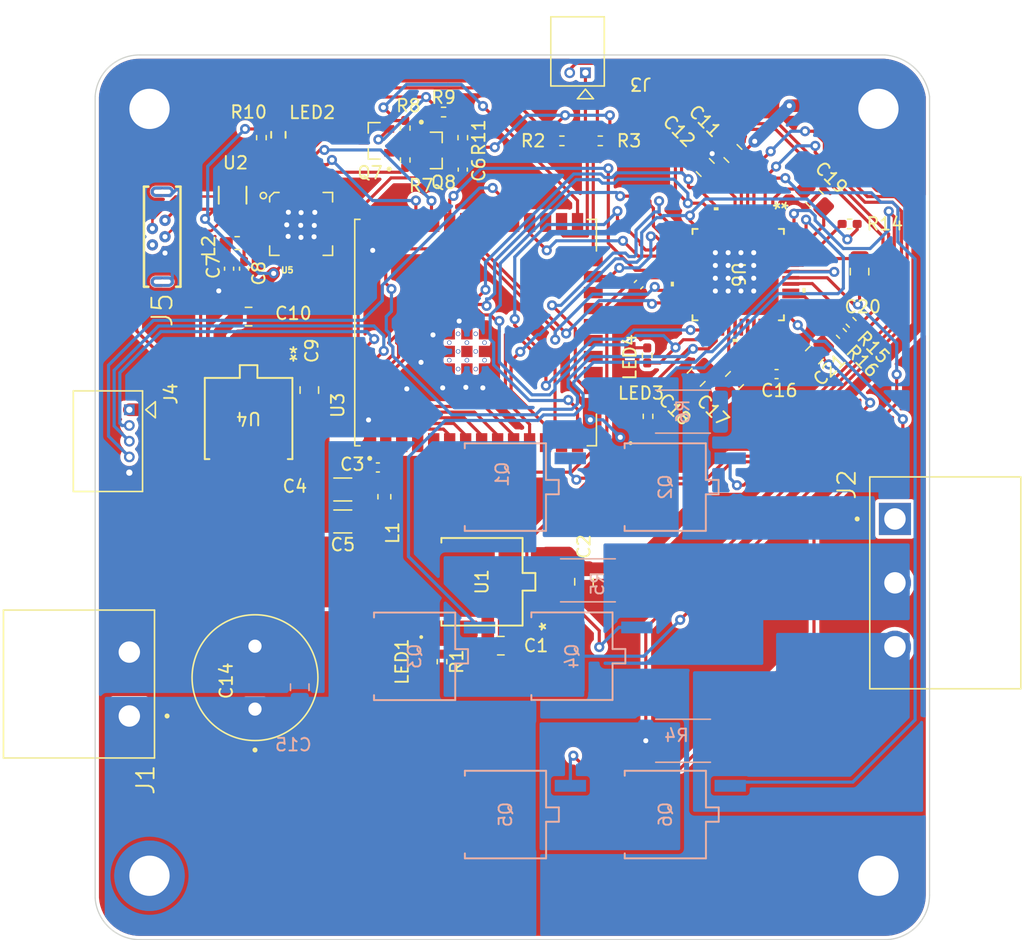
<source format=kicad_pcb>
(kicad_pcb (version 20211014) (generator pcbnew)
  (layers (0 "F.Cu" signal) (31 "B.Cu" signal) (34 "B.Paste" user) (35 "F.Paste" user) (36 "B.SilkS" user "B.Silkscreen") (37 "F.SilkS" user "F.Silkscreen") (38 "B.Mask" user) (39 "F.Mask" user) (44 "Edge.Cuts" user))
  (net 0 "")
  (net 1 "+3.3V")
  (net 2 "GND")
  (net 3 "+12V")
  (net 4 "Net-(C3-Pad2)")
  (net 5 "/esp32/ESP_EN")
  (net 6 "Net-(C8-Pad1)")
  (net 7 "/esp32/VBUS")
  (net 8 "Net-(C12-Pad1)")
  (net 9 "/VIN")
  (net 10 "Net-(C16-Pad1)")
  (net 11 "Net-(C17-Pad1)")
  (net 12 "Net-(C17-Pad2)")
  (net 13 "Net-(C18-Pad1)")
  (net 14 "/U")
  (net 15 "/gateDriver/CU")
  (net 16 "/V")
  (net 17 "/gateDriver/CV")
  (net 18 "/W")
  (net 19 "/gateDriver/CW")
  (net 20 "/PHASE_W")
  (net 21 "/PHASE_U")
  (net 22 "/I2CSCL")
  (net 23 "/I2CSDA")
  (net 24 "/HALL_U")
  (net 25 "/HALL_V")
  (net 26 "/HALL_W")
  (net 27 "/esp32/D+")
  (net 28 "/esp32/D-")
  (net 30 "/HU")
  (net 31 "/LU")
  (net 32 "/HV")
  (net 33 "/LV")
  (net 34 "/HW")
  (net 35 "/LW")
  (net 36 "Net-(Q7-Pad1)")
  (net 37 "/esp32/ESP_IO0")
  (net 38 "/esp32/DTR")
  (net 39 "Net-(R9-Pad2)")
  (net 40 "/esp32/RTS")
  (net 41 "/PHASE_V")
  (net 42 "Net-(LED1-Pad1)")
  (net 43 "/CURU")
  (net 44 "Net-(LED2-Pad2)")
  (net 45 "/CURV")
  (net 46 "Net-(LED3-Pad2)")
  (net 47 "/CURW")
  (net 52 "/FAULT")
  (net 53 "/SPE")
  (net 54 "/TMC_DOUT")
  (net 55 "/CLK")
  (net 56 "/CS")
  (net 63 "/TMC_DIN")
  (net 64 "/esp32/WH")
  (net 65 "/UH")
  (net 66 "/esp32/VH")
  (net 67 "/WL")
  (net 69 "/UL")
  (net 70 "/esp32/TXD")
  (net 71 "/esp32/RXD")
  (net 72 "/VL")
  (net 73 "/DRV_EN")
  (net 94 "/VH")
  (net 95 "/WH")
  (net 101 "Net-(LED4-Pad2)")
  (net 102 "Net-(R14-Pad1)")
  (net 103 "Net-(R15-Pad1)")
  (net 104 "Net-(R16-Pad1)")
  (footprint "bldcDriverFootprintLibrary:C_0402_1005Metric_Pad0.74x0.62mm_HandSolder" (layer "F.Cu") (at 112.266002 72.390001 -90)
    (fp_text reference "C6")
    (fp_text value "10uF_6.3V_X5R_±20%_0402")
  )
  (footprint "bldcDriverFootprintLibrary:R_0402_1005Metric_Pad0.72x0.64mm_HandSolder" (layer "F.Cu") (at 112.266002 69.85 -90)
    (fp_text reference "R11")
    (fp_text value "10kΩ_±20%_1/4W_0402")
  )
  (footprint "bldcDriverFootprintLibrary:R_0402_1005Metric_Pad0.72x0.64mm_HandSolder" (layer "F.Cu") (at 107.694003 69.088001 -90)
    (fp_text reference "R8")
    (fp_text value "10kΩ_20%_1/4W_0402")
  )
  (footprint "bldcDriverFootprintLibrary:R_0402_1005Metric_Pad0.72x0.64mm_HandSolder" (layer "F.Cu") (at 143.123742 84.538957 -45)
    (fp_text reference "R15")
    (fp_text value "10Ω_±20%_1/4W_0402")
  )
  (footprint "bldcDriverFootprintLibrary:C_0402_1005Metric_Pad0.74x0.62mm_HandSolder" (layer "F.Cu") (at 93.7 80.27 -90)
    (fp_text reference "C7")
    (fp_text value "1uF_25V_0402")
  )
  (footprint "bldcDriverFootprintLibrary:EEH-AZS1H151B" (layer "F.Cu") (at 95.758 112.776 90)
    (fp_text reference "C14")
    (fp_text value "EEHAZS1H151B")
  )
  (footprint "bldcDriverFootprintLibrary:R_0402_1005Metric_Pad0.72x0.64mm_HandSolder" (layer "F.Cu") (at 107.694003 71.627998 90)
    (fp_text reference "R7")
    (fp_text value "10kΩ_20%_1/4W_0402")
  )
  (footprint "bldcDriverFootprintLibrary:C_0402_1005Metric_Pad0.74x0.62mm_HandSolder" (layer "F.Cu") (at 94.89 80.264 -90)
    (fp_text reference "C8")
    (fp_text value "100nF_16V_0402")
  )
  (footprint "bldcDriverFootprintLibrary:C_0402_1005Metric_Pad0.74x0.62mm_HandSolder" (layer "F.Cu") (at 105.521 96.069)
    (fp_text reference "C3")
    (fp_text value "100nF_16V_0402")
  )
  (footprint "bldcDriverFootprintLibrary:LED_150060B_WRE" (layer "F.Cu") (at 97.616 69.624999 -90)
    (fp_text reference "LED2")
    (fp_text value "150060BS55040")
  )
  (footprint "bldcDriverFootprintLibrary:R_0402_1005Metric_Pad0.72x0.64mm_HandSolder" (layer "F.Cu") (at 142.348741 85.413956 -45)
    (fp_text reference "R16")
    (fp_text value "10Ω_±20%_1/4W_0402")
  )
  (footprint "bldcDriverFootprintLibrary:LED_B1911PG--20D000514U1930_HVK" (layer "F.Cu") (at 108.966 111.506 -90)
    (fp_text reference "LED1")
    (fp_text value "B1911PG--20D000514U1930")
  )
  (footprint "bldcDriverFootprintLibrary:C_0805_2012Metric_Pad1.18x1.45mm_HandSolder" (layer "F.Cu") (at 100.075999 89.915999 90)
    (fp_text reference "C9")
    (fp_text value "22uF_10V_X5R_±20%_0805")
  )
  (footprint "bldcDriverFootprintLibrary:C_0402_1005Metric_Pad0.74x0.62mm_HandSolder" (layer "F.Cu") (at 126.238 81.534 -135)
    (fp_text reference "C13" hide)
    (fp_text value "100nF_16V_0402")
  )
  (footprint "bldcDriverFootprintLibrary:R_0402_1005Metric_Pad0.72x0.64mm_HandSolder" (layer "F.Cu") (at 126.98605 92.002498 90)
    (fp_text reference "R12" hide)
    (fp_text value "4.7kΩ_±20%_1/4W_0402")
  )
  (footprint "bldcDriverFootprintLibrary:XCVR_ESP32-WROOM-32U" (layer "F.Cu") (at 113.284 85.344 90)
    (fp_text reference "U3")
    (fp_text value "ESP32-WROOM-32U")
  )
  (footprint "bldcDriverFootprintLibrary:R_0402_1005Metric_Pad0.72x0.64mm_HandSolder" (layer "F.Cu") (at 110.742003 67.817999)
    (fp_text reference "R9")
    (fp_text value "10kΩ_±20%_1/4W_0402")
  )
  (footprint "bldcDriverFootprintLibrary:LED_0603-1608_HVK" (layer "F.Cu") (at 125.544999 87.3016 90)
    (fp_text reference "LED4")
    (fp_text value "B1911USD-20D000114U1930")
  )
  (footprint "MountingHole:MountingHole_3.2mm_M3_DIN965_Pad" (layer "F.Cu") (at 145.288 128.524)
    (fp_text reference "H4" hide)
    (fp_text value "MountingHole_Pad")
  )
  (footprint "bldcDriverFootprintLibrary:C_0805_2012Metric_Pad1.18x1.45mm_HandSolder" (layer "F.Cu") (at 140.208 74.676 135)
    (fp_text reference "C19")
    (fp_text value "470nF_25V_0805")
  )
  (footprint "bldcDriverFootprintLibrary:C_0805_2012Metric_Pad1.18x1.45mm_HandSolder" (layer "F.Cu") (at 133.73 71.11 135)
    (fp_text reference "C11")
    (fp_text value "10uF_25V_0805")
  )
  (footprint "bldcDriverFootprintLibrary:R_0402_1005Metric_Pad0.72x0.64mm_HandSolder" (layer "F.Cu") (at 120.142 70.104 180)
    (fp_text reference "R2")
    (fp_text value "10kΩ_±20%_1/4W_0402")
  )
  (footprint "bldcDriverFootprintLibrary:CUI_TBP01R1-508-03BE" (layer "F.Cu") (at 146.6025 100.16 -90)
    (fp_text reference "J2")
    (fp_text value "TBP01R1-508-03BE")
  )
  (footprint "bldcDriverFootprintLibrary:TRANS_SS8050-G" (layer "F.Cu") (at 105.408004 70.103999 180)
    (fp_text reference "Q7")
    (fp_text value "SS8050-G")
  )
  (footprint "bldcDriverFootprintLibrary:C_0805_2012Metric_Pad1.18x1.45mm_HandSolder" (layer "F.Cu") (at 143.79 80.5 90)
    (fp_text reference "C20")
    (fp_text value "470nF_25V_0805")
  )
  (footprint "bldcDriverFootprintLibrary:R_0402_1005Metric_Pad0.72x0.64mm_HandSolder" (layer "F.Cu") (at 143.002 76.708)
    (fp_text reference "R14")
    (fp_text value "10Ω_±20%_1/4W_0402")
  )
  (footprint "bldcDriverFootprintLibrary:R_0402_1005Metric_Pad0.72x0.64mm_HandSolder" (layer "F.Cu") (at 126.92 87.1625 90)
    (fp_text reference "R13" hide)
    (fp_text value "4.7kΩ_±20%_1/4W_0402")
  )
  (footprint "bldcDriverFootprintLibrary:C_0805_2012Metric_Pad1.18x1.45mm_HandSolder" (layer "F.Cu") (at 95.25 84.073998 180)
    (fp_text reference "C10")
    (fp_text value "10uF_25V_X5R_±10%_0805")
  )
  (footprint "bldcDriverFootprintLibrary:C_1206_3216Metric_Pad1.33x1.80mm_HandSolder" (layer "F.Cu") (at 102.734 100.359 180)
    (fp_text reference "C5")
    (fp_text value "47uF_10V_1206")
  )
  (footprint "bldcDriverFootprintLibrary:L_0603_1608Metric_Pad1.05x0.95mm_HandSolder" (layer "F.Cu") (at 94.342505 78.232001)
    (fp_text reference "L2")
    (fp_text value "600Ω_200mA_0603")
  )
  (footprint "bldcDriverFootprintLibrary:C_0805_2012Metric_Pad1.18x1.45mm_HandSolder" (layer "F.Cu") (at 130.81 88.9 -135)
    (fp_text reference "C18")
    (fp_text value "100nF_100V_0805")
  )
  (footprint "bldcDriverFootprintLibrary:CON_530480210_MOL" (layer "F.Cu") (at 122.010999 64.692002 180)
    (fp_text reference "J3")
    (fp_text value "530480210")
  )
  (footprint "bldcDriverFootprintLibrary:C_1206_3216Metric_Pad1.33x1.80mm_HandSolder" (layer "F.Cu") (at 102.734 97.819 180)
    (fp_text reference "C4")
    (fp_text value "47uF_10V_1206")
  )
  (footprint "bldcDriverFootprintLibrary:CON_530480510_MOL" (layer "F.Cu") (at 85.774002 91.480005 -90)
    (fp_text reference "J4")
    (fp_text value "530480510")
  )
  (footprint "MountingHole:MountingHole_3.2mm_M3_DIN965_Pad" (layer "F.Cu") (at 87.376 67.564)
    (fp_text reference "H1" hide)
    (fp_text value "MountingHole_Pad")
  )
  (footprint "bldcDriverFootprintLibrary:QFN28G_0.5-5X5MM" (layer "F.Cu") (at 99.422501 76.708)
    (property "VALUE" "CP2102-GMR-QFN28")
    (fp_text reference "U5")
    (fp_text value "INTERFACE-CP2102-GMR_QFN28_")
  )
  (footprint "bldcDriverFootprintLibrary:TRANS_SS8050-G" (layer "F.Cu") (at 109.98 70.866)
    (fp_text reference "Q8")
    (fp_text value "SS8050-G")
  )
  (footprint "bldcDriverFootprintLibrary:C_0402_1005Metric_Pad0.74x0.62mm_HandSolder" (layer "F.Cu") (at 137.196743 88.646 180)
    (fp_text reference "C16")
    (fp_text value "100nF_16V_0402")
  )
  (footprint "bldcDriverFootprintLibrary:GCT_USB3130-XX-X_REVD" (layer "F.Cu") (at 88.388503 77.724 -90)
    (fp_text reference "J5")
    (fp_text value "USB3130-XX-X_REVD")
    (fp_line (start -3.4 0.5) (end -3.4 -0.5) (layer "Edge.Cuts") (width 0.01))
    (fp_line (start 3.75 0.5) (end 3.75 -0.5) (layer "Edge.Cuts") (width 0.01))
    (fp_line (start -3.75 -0.5) (end -3.75 0.5) (layer "Edge.Cuts") (width 0.01))
    (fp_line (start 3.4 -0.5) (end 3.4 0.5) (layer "Edge.Cuts") (width 0.01))
    (fp_arc (start -3.575 0.675) (mid -3.698744 0.623744) (end -3.75 0.5) (layer "Edge.Cuts") (width 0.01))
    (fp_arc (start -3.4 0.5) (mid -3.451256 0.623744) (end -3.575 0.675) (layer "Edge.Cuts") (width 0.01))
    (fp_arc (start 3.4 -0.5) (mid 3.451256 -0.623744) (end 3.575 -0.675) (layer "Edge.Cuts") (width 0.01))
    (fp_arc (start 3.575 -0.675) (mid 3.698744 -0.623744) (end 3.75 -0.5) (layer "Edge.Cuts") (width 0.01))
    (fp_arc (start -3.575 -0.675) (mid -3.451256 -0.623744) (end -3.4 -0.5) (layer "Edge.Cuts") (width 0.01))
    (fp_arc (start 3.575 0.675) (mid 3.451256 0.623744) (end 3.4 0.5) (layer "Edge.Cuts") (width 0.01))
    (fp_arc (start -3.75 -0.5) (mid -3.698744 -0.623744) (end -3.575 -0.675) (layer "Edge.Cuts") (width 0.01))
    (fp_arc (start 3.75 0.5) (mid 3.698744 0.623744) (end 3.575 0.675) (layer "Edge.Cuts") (width 0.01))
  )
  (footprint "bldcDriverFootprintLibrary:C_0805_2012Metric_Pad1.18x1.45mm_HandSolder" (layer "F.Cu") (at 131.53 72.22 135)
    (fp_text reference "C12")
    (fp_text value "4.7uF_25V_0805")
  )
  (footprint "bldcDriverFootprintLibrary:R_0402_1005Metric_Pad0.72x0.64mm_HandSolder" (layer "F.Cu") (at 110.618 111.506 -90)
    (fp_text reference "R1")
    (fp_text value "4.7kΩ_±20%_1/4W_0402")
  )
  (footprint "bldcDriverFootprintLibrary:R_0402_1005Metric_Pad0.72x0.64mm_HandSolder" (layer "F.Cu") (at 123.19 70.104)
    (fp_text reference "R3")
    (fp_text value "10kΩ_±20%_1/4W_0402")
  )
  (footprint "bldcDriverFootprintLibrary:C_0805_2012Metric_Pad1.18x1.45mm_HandSolder" (layer "F.Cu") (at 121.8946 105.155999 90)
    (fp_text reference "C2")
    (fp_text value "10uF_25V_0805")
  )
  (footprint "bldcDriverFootprintLibrary:eTQFP48_9x9_TRI" (layer "F.Cu") (at 134.148743 80.738955 -90)
    (fp_text reference "U6")
    (fp_text value "TMC6200-TA-T")
  )
  (footprint "bldcDriverFootprintLibrary:L_0603_1608Metric_Pad1.05x0.95mm_HandSolder" (layer "F.Cu") (at 106.036 98.394 90)
    (fp_text reference "L1")
    (fp_text value "450mΩ_±25%_0603")
  )
  (footprint "bldcDriverFootprintLibrary:TO252-2_AZ1117ID-3.3TRG1_DIO" (layer "F.Cu") (at 95.25 92.1766 180)
    (fp_text reference "U4")
    (fp_text value "AZ1117ID-3.3TRG1")
  )
  (footprint "bldcDriverFootprintLibrary:LED_B1911PG--20D000514U1930_HVK" (layer "F.Cu") (at 125.6 92.18 90)
    (fp_text reference "LED3")
    (fp_text value "B1911PG--20D000514U1930")
  )
  (footprint "bldcDriverFootprintLibrary:C_0805_2012Metric_Pad1.18x1.45mm_HandSolder" (layer "F.Cu") (at 115.290599 110.235997)
    (fp_text reference "C1")
    (fp_text value "22uF_10V_X5R_±20%_0805")
  )
  (footprint "bldcDriverFootprintLibrary:CUI_TBP01R1-508-02BE" (layer "F.Cu") (at 85.774002 115.824 90)
    (fp_text reference "J1")
    (fp_text value "TBP01R1-508-02BE")
  )
  (footprint "bldcDriverFootprintLibrary:C_0805_2012Metric_Pad1.18x1.45mm_HandSolder" (layer "F.Cu") (at 140.208 87.122 -135)
    (fp_text reference "C21")
    (fp_text value "470nF_25V_0805")
  )
  (footprint "MountingHole:MountingHole_3.2mm_M3_DIN965_Pad" (layer "F.Cu") (at 87.376 128.524)
    (fp_text reference "H3" hide)
    (fp_text value "MountingHole_Pad")
  )
  (footprint "bldcDriverFootprintLibrary:R_0402_1005Metric_Pad0.72x0.64mm_HandSolder" (layer "F.Cu") (at 96.266 69.85 -90)
    (fp_text reference "R10")
    (fp_text value "4.7kΩ_±20%_1/4W_0402")
  )
  (footprint "bldcDriverFootprintLibrary:SOT65P210X110-6N" (layer "F.Cu") (at 93.98 74.422 -90)
    (fp_text reference "U2")
    (fp_text value "SMF05CT1G")
  )
  (footprint "bldcDriverFootprintLibrary:TO252-2_AZ1117ID-3.3TRG1_DIO" (layer "F.Cu") (at 113.792 105.156 90)
    (fp_text reference "U1")
    (fp_text value "AZ1117ID-3.3TRG1")
  )
  (footprint "bldcDriverFootprintLibrary:C_0805_2012Metric_Pad1.18x1.45mm_HandSolder" (layer "F.Cu") (at 133.858 89.154 -135)
    (fp_text reference "C17")
    (fp_text value "100nF_100V_0805")
  )
  (footprint "MountingHole:MountingHole_3.2mm_M3_DIN965_Pad" (layer "F.Cu") (at 145.288 67.564)
    (fp_text reference "H2" hide)
    (fp_text value "MountingHole_Pad")
  )
  (footprint "bldcDriverFootprintLibrary:D-PAK_DMN6040SK3-13_DIO" (layer "B.Cu") (at 115.6507 97.63 -90)
    (fp_text reference "Q1")
    (fp_text value "DMN6040SK3-13")
  )
  (footprint "Resistor_SMD:R_2512_6332Metric" (layer "B.Cu") (at 129.76 91.63)
    (fp_text reference "R6")
    (fp_text value "10mΩ_2512")
  )
  (footprint "Resistor_SMD:R_2512_6332Metric" (layer "B.Cu") (at 122.21 105.04 180)
    (fp_text reference "R5")
    (fp_text value "10mΩ_2512")
  )
  (footprint "Resistor_SMD:R_2512_6332Metric" (layer "B.Cu") (at 129.7693 117.79)
    (fp_text reference "R4")
    (fp_text value "10mΩ_2512")
  )
  (footprint "bldcDriverFootprintLibrary:D-PAK_DMN6040SK3-13_DIO" (layer "B.Cu") (at 128.36 123.66 -90)
    (fp_text reference "Q6")
    (fp_text value "DMN6040SK3-13")
  )
  (footprint "bldcDriverFootprintLibrary:D-PAK_DMN6040SK3-13_DIO" (layer "B.Cu") (at 128.3507 97.63 -90)
    (fp_text reference "Q2")
    (fp_text value "DMN6040SK3-13")
  )
  (footprint "bldcDriverFootprintLibrary:D-PAK_DMN6040SK3-13_DIO" (layer "B.Cu") (at 115.66 123.66 -90)
    (fp_text reference "Q5")
    (fp_text value "DMN6040SK3-13")
  )
  (footprint "bldcDriverFootprintLibrary:C_0805_2012Metric_Pad1.18x1.45mm_HandSolder" (layer "B.Cu") (at 99.314 113.538 90)
    (fp_text reference "C15")
    (fp_text value "470nF_100V_X7R_±10%_0805")
  )
  (footprint "bldcDriverFootprintLibrary:D-PAK_DMN6040SK3-13_DIO" (layer "B.Cu") (at 108.4407 111.08 -90)
    (fp_text reference "Q3")
    (fp_text value "DMN6040SK3-13")
  )
  (footprint "bldcDriverFootprintLibrary:D-PAK_DMN6040SK3-13_DIO" (layer "B.Cu") (at 120.9407 111.07 -90)
    (fp_text reference "Q4")
    (fp_text value "DMN6040SK3-13")
  )
  (gr_line (start 83.058 66.58) (end 83.058 130.302) (layer "Edge.Cuts") (width 0.1))
  (gr_arc (start 83.058 66.58) (mid 84.176502 64.218771) (end 86.614 63.278) (layer "Edge.Cuts") (width 0.1))
  (gr_line (start 86.614 133.604) (end 145.796 133.604) (layer "Edge.Cuts") (width 0.1))
  (gr_line (start 149.352 66.58) (end 149.352 130.048) (layer "Edge.Cuts") (width 0.1))
  (gr_arc (start 149.352 130.048) (mid 148.310472 132.562472) (end 145.796 133.604) (layer "Edge.Cuts") (width 0.1))
  (gr_arc (start 86.614 133.604) (mid 84.187668 132.651203) (end 83.058 130.302) (layer "Edge.Cuts") (width 0.1))
  (gr_arc (start 145.796 63.278) (mid 148.1553 64.302985) (end 149.352 66.58) (layer "Edge.Cuts") (width 0.1))
  (gr_line (start 86.614 63.278) (end 145.796 63.278) (layer "Edge.Cuts") (width 0.1))
  (segment (start 115.3355 65.895) (end 93.975 65.895) (width 0.25) (layer "F.Cu") (net 1))
  (segment (start 113.625502 70.612) (end 112.266002 69.2525) (width 0.25) (layer "F.Cu") (net 1))
  (segment (start 92.610305 91.480005) (end 85.774002 91.480005) (width 1) (layer "F.Cu") (net 1))
  (segment (start 110.115396 70.541) (end 111.403896 69.2525) (width 0.25) (layer "F.Cu") (net 1))
  (segment (start 111.8489 101.7411) (end 111.8489 105.156) (width 0.25) (layer "F.Cu") (net 1))
  (segment (start 123.952 68.072) (end 123.952 69.9395) (width 0.25) (layer "F.Cu") (net 1))
  (segment (start 93.467505 78.232001) (end 91.44 80.259506) (width 0.25) (layer "F.Cu") (net 1))
  (segment (start 107.694003 69.685501) (end 108.245 70.236498) (width 0.25) (layer "F.Cu") (net 1))
  (segment (start 119.5445 70.104) (end 119.5445 68.9235) (width 0.25) (layer "F.Cu") (net 1))
  (segment (start 104.946 100.359) (end 106.036 99.269) (width 0.25) (layer "F.Cu") (net 1))
  (segment (start 108.2346 108.7703) (end 111.8489 105.156) (width 0.25) (layer "F.Cu") (net 1))
  (segment (start 93.975 65.895) (end 87.576883 72.293117) (width 0.25) (layer "F.Cu") (net 1))
  (segment (start 120.888 96.44) (end 117.15 96.44) (width 0.25) (layer "F.Cu") (net 1))
  (segment (start 87.166883 72.293117) (end 86.36 73.1) (width 0.25) (layer "F.Cu") (net 1))
  (segment (start 91.44 80.259506) (end 91.44 90.3097) (width 0.25) (layer "F.Cu") (net 1))
  (segment (start 108.966 112.0775) (end 108.2346 111.3461) (width 0.25) (layer "F.Cu") (net 1))
  (segment (start 114.808 70.612) (end 113.625502 70.612) (width 0.25) (layer "F.Cu") (net 1))
  (segment (start 93.7 78.464496) (end 93.467505 78.232001) (width 0.25) (layer "F.Cu") (net 1))
  (segment (start 125.741258 81.132717) (end 123.709 83.164975) (width 0.25) (layer "F.Cu") (net 1))
  (segment (start 87.576883 72.293117) (end 87.166883 72.293117) (width 0.25) (layer "F.Cu") (net 1))
  (segment (start 104.2965 100.359) (end 104.946 100.359) (width 0.25) (layer "F.Cu") (net 1))
  (segment (start 123.952 69.9395) (end 123.7875 70.104) (width 0.25) (layer "F.Cu") (net 1))
  (segment (start 111.403896 69.2525) (end 112.266002 69.2525) (width 0.25) (layer "F.Cu") (net 1))
  (segment (start 129.970443 80.988955) (end 126.783045 80.988955) (width 0.25) (layer "F.Cu") (net 1))
  (segment (start 86.36 85.2297) (end 95.25 94.1197) (width 0.25) (layer "F.Cu") (net 1))
  (segment (start 108.2346 111.3461) (end 108.2346 108.7703) (width 0.25) (layer "F.Cu") (net 1))
  (segment (start 123.709 93.619) (end 120.888 96.44) (width 0.25) (layer "F.Cu") (net 1))
  (segment (start 117.15 96.44) (end 111.8489 101.7411) (width 0.25) (layer "F.Cu") (net 1))
  (segment (start 96.909798 94.1197) (end 100.075999 90.953499) (width 1) (layer "F.Cu") (net 1))
  (segment (start 119.5445 70.104) (end 115.3355 65.895) (width 0.25) (layer "F.Cu") (net 1))
  (segment (start 126.783045 80.988955) (end 126.639283 81.132717) (width 0.25) (layer "F.Cu") (net 1))
  (segment (start 95.25 94.1197) (end 92.610305 91.480005) (width 1) (layer "F.Cu") (net 1))
  (segment (start 95.25 94.1197) (end 96.909798 94.1197) (width 1) (layer "F.Cu") (net 1))
  (segment (start 108.245 70.541) (end 110.115396 70.541) (width 0.25) (layer "F.Cu") (net 1))
  (segment (start 86.36 73.1) (end 86.36 85.2297) (width 0.25) (layer "F.Cu") (net 1))
  (segment (start 119.5445 68.9235) (end 120.396 68.072) (width 0.25) (layer "F.Cu") (net 1))
  (segment (start 91.44 90.3097) (end 95.25 94.1197) (width 0.25) (layer "F.Cu") (net 1))
  (segment (start 114.253099 107.560199) (end 111.8489 105.156) (width 1) (layer "F.Cu") (net 1))
  (segment (start 108.245 70.236498) (end 108.245 70.541) (width 0.25) (layer "F.Cu") (net 1))
  (segment (start 123.709 83.164975) (end 123.709 93.619) (width 0.25) (layer "F.Cu") (net 1))
  (segment (start 93.7 79.7025) (end 93.7 78.464496) (width 0.25) (layer "F.Cu") (net 1))
  (segment (start 126.639283 81.132717) (end 125.741258 81.132717) (width 0.25) (layer "F.Cu") (net 1))
  (segment (start 114.253099 110.235997) (end 114.253099 107.560199) (width 1) (layer "F.Cu") (net 1))
  (via (at 120.396 68.072) (size 0.8) (drill 0.4) (layers "F.Cu" "B.Cu") (net 1))
  (via (at 114.808 70.612) (size 0.8) (drill 0.4) (layers "F.Cu" "B.Cu") (net 1))
  (via (at 123.952 68.072) (size 0.8) (drill 0.4) (layers "F.Cu" "B.Cu") (net 1))
  (segment (start 120.396 68.072) (end 123.952 68.072) (width 0.25) (layer "B.Cu") (net 1))
  (segment (start 117.348 68.072) (end 114.808 70.612) (width 0.25) (layer "B.Cu") (net 1))
  (segment (start 120.396 68.072) (end 117.348 68.072) (width 0.25) (layer "B.Cu") (net 1))
  (segment (start 111.108 85.53) (end 111.194 85.444) (width 0.25) (layer "F.Cu") (net 2))
  (segment (start 122.634 92.046) (end 122.4 92.28) (width 0.25) (layer "F.Cu") (net 2))
  (segment (start 101.1715 97.819) (end 101.1715 93.0685) (width 1) (layer "F.Cu") (net 2))
  (segment (start 96.05702 76.159519) (end 96.105501 76.208) (width 0.25) (layer "F.Cu") (net 2))
  (segment (start 101.1715 93.0685) (end 102.17 92.07) (width 1) (layer "F.Cu") (net 2))
  (segment (start 111.194 88.244) (end 111.194 89.216) (width 0.25) (layer "F.Cu") (net 2))
  (segment (start 93.98 73.487) (end 93.98 72.975226) (width 0.25) (layer "F.Cu") (net 2))
  (segment (start 113.994 89.606) (end 113.86 89.74) (width 0.25) (layer "F.Cu") (net 2))
  (segment (start 111.194 89.216) (end 110.67 89.74) (width 0.25) (layer "F.Cu") (net 2))
  (segment (start 111.194 86.844) (end 110.384 86.844) (width 0.25) (layer "F.Cu") (net 2))
  (segment (start 104.874 78.574) (end 105.11 78.81) (width 0.25) (layer "F.Cu") (net 2))
  (segment (start 133.398742 76.560655) (end 133.398742 78.945258) (width 0.25) (layer "F.Cu") (net 2))
  (segment (start 101.1715 97.7965) (end 104.874 94.094) (width 1) (layer "F.Cu") (net 2))
  (segment (start 124.78 93.67) (end 124.78 93.5715) (width 0.25) (layer "F.Cu") (net 2))
  (segment (start 102.17 90.37) (end 100.678499 88.878499) (width 1) (layer "F.Cu") (net 2))
  (segment (start 133.398742 78.945258) (end 133.35 78.994) (width 0.25) (layer "F.Cu") (net 2))
  (segment (start 104.78 94) (end 104.874 94.094) (width 0.25) (layer "F.Cu") (net 2))
  (segment (start 108.95 87.71) (end 109.484 88.244) (width 0.25) (layer "F.Cu") (net 2))
  (segment (start 131.903045 83.488955) (end 133.35 82.042) (width 0.25) (layer "F.Cu") (net 2))
  (segment (start 124.78 93.5715) (end 125.6 92.7515) (width 0.25) (layer "F.Cu") (net 2))
  (segment (start 92.88 81.6575) (end 93.7 80.8375) (width 0.4) (layer "F.Cu") (net 2))
  (segment (start 109.9 85.53) (end 111.108 85.53) (width 0.25) (layer "F.Cu") (net 2))
  (segment (start 113.994 88.244) (end 113.994 89.606) (width 0.25) (layer "F.Cu") (net 2))
  (segment (start 93.7 80.8375) (end 94.884 80.8375) (width 0.4) (layer "F.Cu") (net 2))
  (segment (start 93.98 72.975226) (end 94.323226 72.632) (width 0.25) (layer "F.Cu") (net 2))
  (segment (start 104.874 76.594) (end 104.874 78.574) (width 0.25) (layer "F.Cu") (net 2))
  (segment (start 129.970443 83.488955) (end 131.903045 83.488955) (width 0.25) (layer "F.Cu") (net 2))
  (segment (start 92.88 82.03) (end 92.88 81.6575) (width 0.4) (layer "F.Cu") (net 2))
  (segment (start 112.594 88.244) (end 112.594 89.616) (width 0.25) (layer "F.Cu") (net 2))
  (segment (start 95.052 72.632) (end 96.05702 73.63702) (width 0.25) (layer "F.Cu") (net 2))
  (segment (start 109.484 88.244) (end 111.194 88.244) (width 0.25) (layer "F.Cu") (net 2))
  (segment (start 94.884 80.8375) (end 94.89 80.8315) (width 0.4) (layer "F.Cu") (net 2))
  (segment (start 102.17 92.07) (end 102.17 90.37) (width 1) (layer "F.Cu") (net 2))
  (segment (start 97.708 76.208) (end 98.28 76.78) (width 0.25) (layer "F.Cu") (net 2))
  (segment (start 107.82 89.82) (end 108.95 88.69) (width 0.25) (layer "F.Cu") (net 2))
  (segment (start 101.1715 97.819) (end 101.1715 97.7965) (width 1) (layer "F.Cu") (net 2))
  (segment (start 122.634 91.059) (end 122.634 92.046) (width 0.25) (layer "F.Cu") (net 2))
  (segment (start 112.594 85.044) (end 111.98 84.43) (width 0.25) (layer "F.Cu") (net 2))
  (segment (start 101.1715 97.819) (end 101.1715 100.359) (width 1) (layer "F.Cu") (net 2))
  (segment (start 112.594 89.616) (end 112.51 89.7) (width 0.25) (layer "F.Cu") (net 2))
  (segment (start 109.9 86.36) (end 109.9 85.53) (width 0.25) (layer "F.Cu") (net 2))
  (segment (start 96.105501 76.208) (end 97.232 76.208) (width 0.25) (layer "F.Cu") (net 2))
  (segment (start 112.594 85.444) (end 112.594 85.044) (width 0.25) (layer "F.Cu") (net 2))
  (segment (start 94.323226 72.632) (end 95.052 72.632) (width 0.25) (layer "F.Cu") (net 2))
  (segment (start 130.796377 71.486377) (end 131.713623 71.486377) (width 0.25) (layer "F.Cu") (net 2))
  (segment (start 104.78 92.29) (end 104.78 94) (width 0.25) (layer "F.Cu") (net 2))
  (segment (start 108.95 88.69) (end 108.95 87.71) (width 0.25) (layer "F.Cu") (net 2))
  (segment (start 96.832501 76.208) (end 97.708 76.208) (width 0.25) (layer "F.Cu") (net 2))
  (segment (start 96.05702 73.63702) (end 96.05702 76.159519) (width 0.25) (layer "F.Cu") (net 2))
  (segment (start 131.713623 71.486377) (end 132.08 71.12) (width 0.25) (layer "F.Cu") (net 2))
  (segment (start 100.678499 88.878499) (end 100.075999 88.878499) (width 1) (layer "F.Cu") (net 2))
  (segment (start 110.384 86.844) (end 109.9 86.36) (width 0.25) (layer "F.Cu") (net 2))
  (via (at 135.382 82.042) (size 0.8) (drill 0.4) (layers "F.Cu" "B.Cu") (net 2))
  (via (at 111.98 84.43) (size 0.8) (drill 0.4) (layers "F.Cu" "B.Cu") (net 2))
  (via (at 107.82 89.82) (size 0.8) (drill 0.4) (layers "F.Cu" "B.Cu") (net 2))
  (via (at 113.86 89.74) (size 0.8) (drill 0.4) (layers "F.Cu" "B.Cu") (net 2))
  (via (at 124.78 93.67) (size 0.8) (drill 0.4) (layers "F.Cu" "B.Cu") (net 2))
  (via (at 133.35 78.994) (size 0.8) (drill 0.4) (layers "F.Cu" "B.Cu") (net 2))
  (via (at 105.11 78.81) (size 0.8) (drill 0.4) (layers "F.Cu" "B.Cu") (net 2))
  (via (at 133.35 80.01) (size 0.8) (drill 0.4) (layers "F.Cu" "B.Cu") (net 2))
  (via (at 92.88 82.03) (size 0.8) (drill 0.4) (layers "F.Cu" "B.Cu") (net 2))
  (via (at 122.4 92.28) (size 0.8) (drill 0.4) (layers "F.Cu" "B.Cu") (net 2))
  (via (at 98.41 75.78) (size 0.8) (drill 0.4) (layers "F.Cu" "B.Cu") (net 2))
  (via (at 108.95 87.71) (size 0.8) (drill 0.4) (layers "F.Cu" "B.Cu") (net 2))
  (via (at 132.334 81.026) (size 0.8) (drill 0.4) (layers "F.Cu" "B.Cu") (net 2))
  (via (at 135.382 80.01) (size 0.8) (drill 0.4) (layers "F.Cu" "B.Cu") (net 2))
  (via (at 100.45 77.73) (size 0.8) (drill 0.4) (layers "F.Cu" "B.Cu") (net 2))
  (via (at 98.28 76.78) (size 0.8) (drill 0.4) (layers "F.Cu" "B.Cu") (net 2))
  (via (at 112.51 89.7) (size 0.8) (drill 0.4) (layers "F.Cu" "B.Cu") (net 2))
  (via (at 100.51 75.79) (size 0.8) (drill 0.4) (layers "F.Cu" "B.Cu") (net 2))
  (via (at 100.47 76.83) (size 0.8) (drill 0.4) (layers "F.Cu" "B.Cu") (net 2))
  (via (at 134.366 80.01) (size 0.8) (drill 0.4) (layers "F.Cu" "B.Cu") (net 2))
  (via (at 133.35 82.042) (size 0.8) (drill 0.4) (layers "F.Cu" "B.Cu") (net 2))
  (via (at 132.08 71.12) (size 0.8) (drill 0.4) (layers "F.Cu" "B.Cu") (net 2))
  (via (at 99.41 77.78) (size 0.8) (drill 0.4) (layers "F.Cu" "B.Cu") (net 2))
  (via (at 134.366 81.026) (size 0.8) (drill 0.4) (layers "F.Cu" "B.Cu") (net 2))
  (via (at 135.382 81.026) (size 0.8) (drill 0.4) (layers "F.Cu" "B.Cu") (net 2))
  (via (at 132.334 82.042) (size 0.8) (drill 0.4) (layers "F.Cu" "B.Cu") (net 2))
  (via (at 99.39 76.82) (size 0.8) (drill 0.4) (layers "F.Cu" "B.Cu") (net 2))
  (via (at 104.78 92.29) (size 0.8) (drill 0.4) (layers "F.Cu" "B.Cu") (net 2))
  (via (at 98.39 77.7) (size 0.8) (drill 0.4) (layers "F.Cu" "B.Cu") (net 2))
  (via (at 132.334 80.01) (size 0.8) (drill 0.4) (layers "F.Cu" "B.Cu") (net 2))
  (via (at 134.366 78.994) (size 0.8) (drill 0.4) (layers "F.Cu" "B.Cu") (net 2))
  (via (at 132.334 78.994) (size 0.8) (drill 0.4) (layers "F.Cu" "B.Cu") (net 2))
  (via (at 133.35 81.026) (size 0.8) (drill 0.4) (layers "F.Cu" "B.Cu") (net 2))
  (via (at 134.366 82.042) (size 0.8) (drill 0.4) (layers "F.Cu" "B.Cu") (net 2))
  (via (at 99.42 75.81) (size 0.8) (drill 0.4) (layers "F.Cu" "B.Cu") (net 2))
  (via (at 135.382 78.994) (size 0.8) (drill 0.4) (layers "F.Cu" "B.Cu") (net 2))
  (via (at 110.67 89.74) (size 0.8) (drill 0.4) (layers "F.Cu" "B.Cu") (net 2))
  (via (at 109.9 85.53) (size 0.8) (drill 0.4) (layers "F.Cu" "B.Cu") (net 2))
  (segment (start 123.39 92.28) (end 124.78 93.67) (width 0.25) (layer "B.Cu") (net 2))
  (segment (start 89.028398 74.451291) (end 88.934608 74.451291) (width 0.25) (layer "B.Cu") (net 2))
  (segment (start 87.376 67.564) (end 90.175999 70.363999) (width 0.25) (layer "B.Cu") (net 2))
  (segment (start 90.175999 73.30369) (end 89.028398 74.451291) (width 0.25) (layer "B.Cu") (net 2))
  (segment (start 104.78 92.29) (end 105.35 92.29) (width 0.25) (layer "B.Cu") (net 2))
  (segment (start 88.608503 79.024) (end 89.188289 79.603786) (width 0.25) (layer "B.Cu") (net 2))
  (segment (start 89.188289 81.401711) (end 89.16 81.43) (width 0.25) (layer "B.Cu") (net 2))
  (segment (start 90.175999 70.363999) (end 90.175999 73.30369) (width 0.25) (layer "B.Cu") (net 2))
  (segment (start 122.4 92.28) (end 123.39 92.28) (width 0.25) (layer "B.Cu") (net 2))
  (segment (start 89.188289 79.603786) (end 89.188289 81.401711) (width 0.25) (layer "B.Cu") (net 2))
  (segment (start 105.35 92.29) (end 107.82 89.82) (width 0.25) (layer "B.Cu") (net 2))
  (segment (start 141.82 69.857969) (end 139.272031 67.31) (width 1) (layer "F.Cu") (net 3))
  (segment (start 120.646101 102.87) (end 121.8946 104.118499) (width 1) (layer "F.Cu") (net 3))
  (segment (start 146.938427 73.71) (end 145.338 73.71) (width 1) (layer "F.Cu") (net 3))
  (segment (start 145.338 73.71) (end 141.82 70.192) (width 1) (layer "F.Cu") (net 3))
  (segment (start 148.41 84.819518) (end 148.41 75.181573) (width 1) (layer "F.Cu") (net 3))
  (segment (start 125.601501 104.118499) (end 131.14 98.58) (width 1) (layer "F.Cu") (net 3))
  (segment (start 134.463623 71.136377) (end 135.46 70.14) (width 0.25) (layer "F.Cu") (net 3))
  (segment (start 134.398743 76.560655) (end 134.398743 71.908503) (width 0.25) (layer "F.Cu") (net 3))
  (segment (start 141.82 70.192) (end 141.82 69.857969) (width 1) (layer "F.Cu") (net 3))
  (segment (start 134.649518 98.58) (end 148.41 84.819518) (width 1) (layer "F.Cu") (net 3))
  (segment (start 139.272031 67.31) (end 138.21 67.31) (width 1) (layer "F.Cu") (net 3))
  (segment (start 134.463623 71.843623) (end 134.463623 71.136377) (width 0.25) (layer "F.Cu") (net 3))
  (segment (start 121.8946 104.118499) (end 125.601501 104.118499) (width 1) (layer "F.Cu") (net 3))
  (segment (start 134.398743 71.908503) (end 134.463623 71.843623) (width 0.25) (layer "F.Cu") (net 3))
  (segment (start 118.9228 102.87) (end 120.646101 102.87) (width 1) (layer "F.Cu") (net 3))
  (segment (start 131.14 98.58) (end 134.649518 98.58) (width 1) (layer "F.Cu") (net 3))
  (segment (start 148.41 75.181573) (end 146.938427 73.71) (width 1) (layer "F.Cu") (net 3))
  (via (at 138.21 67.31) (size 0.8) (drill 0.4) (layers "F.Cu" "B.Cu") (net 3))
  (via (at 135.46 70.14) (size 0.8) (drill 0.4) (layers "F.Cu" "B.Cu") (net 3))
  (segment (start 138.21 67.31) (end 138.21 67.39) (width 1) (layer "B.Cu") (net 3))
  (segment (start 138.21 67.39) (end 135.46 70.14) (width 1) (layer "B.Cu") (net 3))
  (segment (start 106.144 94.094) (end 106.144 96.0135) (width 0.25) (layer "F.Cu") (net 4))
  (segment (start 105.736 97.819) (end 106.036 97.519) (width 0.25) (layer "F.Cu") (net 4))
  (segment (start 104.2965 97.819) (end 105.736 97.819) (width 0.25) (layer "F.Cu") (net 4))
  (segment (start 106.0885 97.4665) (end 106.036 97.519) (width 0.25) (layer "F.Cu") (net 4))
  (segment (start 106.0885 96.069) (end 106.0885 97.4665) (width 0.25) (layer "F.Cu") (net 4))
  (segment (start 106.144 96.0135) (end 106.0885 96.069) (width 0.25) (layer "F.Cu") (net 4))
  (segment (start 107.414 93.514) (end 107.414 94.094) (width 0.25) (layer "F.Cu") (net 5))
  (segment (start 111.847502 70.866) (end 112.266002 70.4475) (width 0.25) (layer "F.Cu") (net 5))
  (segment (start 106.919 93.019) (end 107.414 93.514) (width 0.25) (layer "F.Cu") (net 5))
  (segment (start 103.95 75.668) (end 103.95 90.39) (width 0.25) (layer "F.Cu") (net 5))
  (segment (start 112.266002 71.822501) (end 112.266002 70.4475) (width 0.25) (layer "F.Cu") (net 5))
  (segment (start 110.99 70.866) (end 111.847502 70.866) (width 0.25) (layer "F.Cu") (net 5))
  (segment (start 112.266002 71.822501) (end 111.038503 73.05) (width 0.25) (layer "F.Cu") (net 5))
  (segment (start 103.95 90.39) (end 106.579 93.019) (width 0.25) (layer "F.Cu") (net 5))
  (segment (start 106.579 93.019) (end 106.919 93.019) (width 0.25) (layer "F.Cu") (net 5))
  (segment (start 111.038503 73.05) (end 106.568 73.05) (width 0.25) (layer "F.Cu") (net 5))
  (segment (start 106.568 73.05) (end 103.95 75.668) (width 0.25) (layer "F.Cu") (net 5))
  (segment (start 94.89 78.559506) (end 95.217505 78.232001) (width 0.25) (layer "F.Cu") (net 6))
  (segment (start 96.832501 78.208) (end 96.832501 77.708) (width 0.25) (layer "F.Cu") (net 6))
  (segment (start 94.89 79.6965) (end 94.89 78.559506) (width 0.25) (layer "F.Cu") (net 6))
  (segment (start 96.8085 78.232001) (end 96.832501 78.208) (width 0.25) (layer "F.Cu") (net 6))
  (segment (start 95.217505 78.232001) (end 96.8085 78.232001) (width 0.25) (layer "F.Cu") (net 6))
  (segment (start 94.2125 84.073998) (end 94.2125 83.6675) (width 1) (layer "F.Cu") (net 7))
  (segment (start 96.1735 69.16) (end 96.266 69.2525) (width 0.25) (layer "F.Cu") (net 7))
  (segment (start 89.492503 75.54) (end 93.147 75.54) (width 0.25) (layer "F.Cu") (net 7))
  (segment (start 92.964 87.0458) (end 92.964 85.322498) (width 1) (layer "F.Cu") (net 7))
  (segment (start 97.92 79.96) (end 97.92 79.300501) (width 0.25) (layer "F.Cu") (net 7))
  (segment (start 97.24 80.64) (end 97.92 79.96) (width 0.25) (layer "F.Cu") (net 7))
  (segment (start 94.97 69.16) (end 96.1735 69.16) (width 0.25) (layer "F.Cu") (net 7))
  (segment (start 94.2125 83.6675) (end 97.24 80.64) (width 1) (layer "F.Cu") (net 7))
  (segment (start 91.79 76.31) (end 92.743 75.357) (width 0.25) (layer "F.Cu") (net 7))
  (segment (start 92.964 85.322498) (end 94.2125 84.073998) (width 1) (layer "F.Cu") (net 7))
  (segment (start 88.608503 76.424) (end 89.492503 75.54) (width 0.25) (layer "F.Cu") (net 7))
  (segment (start 97.92 79.300501) (end 97.922501 79.298) (width 0.25) (layer "F.Cu") (net 7))
  (segment (start 92.743 75.357) (end 93.33 75.357) (width 0.25) (layer "F.Cu") (net 7))
  (segment (start 93.147 75.54) (end 93.33 75.357) (width 0.25) (layer "F.Cu") (net 7))
  (via (at 91.79 76.31) (size 0.8) (drill 0.4) (layers "F.Cu" "B.Cu") (net 7))
  (via (at 94.97 69.16) (size 0.8) (drill 0.4) (layers "F.Cu" "B.Cu") (net 7))
  (via (at 97.24 80.64) (size 0.8) (drill 0.4) (layers "F.Cu" "B.Cu") (net 7))
  (segment (start 91.79 76.31) (end 92 76.1) (width 0.25) (layer "B.Cu") (net 7))
  (segment (start 91.79 76.35) (end 96.08 80.64) (width 0.25) (layer "B.Cu") (net 7))
  (segment (start 92 72.13) (end 94.97 69.16) (width 0.25) (layer "B.Cu") (net 7))
  (segment (start 96.08 80.64) (end 97.24 80.64) (width 0.25) (layer "B.Cu") (net 7))
  (segment (start 92 76.1) (end 92 72.13) (width 0.25) (layer "B.Cu") (net 7))
  (segment (start 91.79 76.31) (end 91.79 76.35) (width 0.25) (layer "B.Cu") (net 7))
  (segment (start 133.898743 76.560655) (end 133.898743 74.588743) (width 0.25) (layer "F.Cu") (net 8))
  (segment (start 133.898743 74.588743) (end 132.263623 72.953623) (width 0.25) (layer "F.Cu") (net 8))
  (segment (start 136.629243 88.646) (end 135.398743 87.4155) (width 0.25) (layer "F.Cu") (net 9))
  (segment (start 135.398743 87.4155) (end 135.398743 84.917255) (width 0.25) (layer "F.Cu") (net 9))
  (segment (start 137.764243 87.994243) (end 135.898742 86.128742) (width 0.25) (layer "F.Cu") (net 10))
  (segment (start 135.898742 86.128742) (end 135.898742 84.917255) (width 0.25) (layer "F.Cu") (net 10))
  (segment (start 137.764243 88.646) (end 137.764243 87.994243) (width 0.25) (layer "F.Cu") (net 10))
  (segment (start 134.898744 88.113256) (end 134.591623 88.420377) (width 0.25) (layer "F.Cu") (net 11))
  (segment (start 134.898744 84.917255) (end 134.898744 88.113256) (width 0.25) (layer "F.Cu") (net 11))
  (segment (start 133.124377 88.035623) (end 133.898743 87.261257) (width 0.25) (layer "F.Cu") (net 12))
  (segment (start 133.898743 87.261257) (end 133.898743 84.917255) (width 0.25) (layer "F.Cu") (net 12))
  (segment (start 133.124377 89.887623) (end 133.124377 88.035623) (width 0.25) (layer "F.Cu") (net 12))
  (segment (start 132.674377 87.849227) (end 133.398742 87.124862) (width 0.25) (layer "F.Cu") (net 13))
  (segment (start 133.398742 87.124862) (end 133.398742 84.917255) (width 0.25) (layer "F.Cu") (net 13))
  (segment (start 132.543623 88.166377) (end 132.674377 88.035623) (width 0.25) (layer "F.Cu") (net 13))
  (segment (start 132.674377 88.035623) (end 132.674377 87.849227) (width 0.25) (layer "F.Cu") (net 13))
  (segment (start 131.543623 88.166377) (end 132.543623 88.166377) (width 0.25) (layer "F.Cu") (net 13))
  (segment (start 139.289844 78.488954) (end 138.327043 78.488954) (width 0.25) (layer "F.Cu") (net 14))
  (segment (start 140.941623 76.837175) (end 139.289844 78.488954) (width 0.25) (layer "F.Cu") (net 14))
  (segment (start 139.54 76.37) (end 139.54 78.238798) (width 0.25) (layer "F.Cu") (net 14))
  (segment (start 140.941623 75.409623) (end 140.941623 76.837175) (width 0.25) (layer "F.Cu") (net 14))
  (segment (start 139.54 78.238798) (end 139.289844 78.488954) (width 0.25) (layer "F.Cu") (net 14))
  (via (at 139.54 76.37) (size 0.8) (drill 0.4) (layers "F.Cu" "B.Cu") (net 14))
  (segment (start 137.329396 82.255) (end 131.429396 88.155) (width 0.25) (layer "B.Cu") (net 14))
  (segment (start 139.54 76.37) (end 142.505 79.335) (width 0.25) (layer "B.Cu") (net 14))
  (segment (start 142.505 81.830305) (end 142.080305 82.255) (width 0.25) (layer "B.Cu") (net 14))
  (segment (start 126.7975 90.6265) (end 126.7975 91.63) (width 0.25) (layer "B.Cu") (net 14))
  (segment (start 142.505 79.335) (end 142.505 81.830305) (width 0.25) (layer "B.Cu") (net 14))
  (segment (start 142.080305 82.255) (end 137.329396 82.255) (width 0.25) (layer "B.Cu") (net 14))
  (segment (start 131.429396 88.155) (end 129.269 88.155) (width 0.25) (layer "B.Cu") (net 14))
  (segment (start 129.269 88.155) (end 126.7975 90.6265) (width 0.25) (layer "B.Cu") (net 14))
  (segment (start 139.474377 73.942377) (end 137.737623 73.942377) (width 0.25) (layer "F.Cu") (net 15))
  (segment (start 137.737623 73.942377) (end 136.898743 74.781257) (width 0.25) (layer "F.Cu") (net 15))
  (segment (start 136.898743 74.781257) (end 136.898743 76.560655) (width 0.25) (layer "F.Cu") (net 15))
  (segment (start 143.79 82.97) (end 143.79 81.5375) (width 0.25) (layer "F.Cu") (net 16))
  (segment (start 143.65 83.11) (end 143.79 82.97) (width 0.25) (layer "F.Cu") (net 16))
  (segment (start 143.65 83.11) (end 143.344695 83.11) (width 0.25) (layer "F.Cu") (net 16))
  (segment (start 141.22365 80.988955) (end 138.327043 80.988955) (width 0.25) (layer "F.Cu") (net 16))
  (segment (start 129.54 108.18) (end 146.74 90.98) (width 0.25) (layer "F.Cu") (net 16))
  (segment (start 146.74 90.98) (end 146.74 88.67) (width 0.25) (layer "F.Cu") (net 16))
  (segment (start 143.344695 83.11) (end 141.22365 80.988955) (width 0.25) (layer "F.Cu") (net 16))
  (via (at 143.65 83.11) (size 0.8) (drill 0.4) (layers "F.Cu" "B.Cu") (net 16))
  (via (at 129.54 108.18) (size 0.8) (drill 0.4) (layers "F.Cu" "B.Cu") (net 16))
  (via (at 146.74 88.67) (size 0.8) (drill 0.4) (layers "F.Cu" "B.Cu") (net 16))
  (segment (start 146.74 88.67) (end 146.74 86.2) (width 0.25) (layer "B.Cu") (net 16))
  (segment (start 146.74 86.2) (end 143.65 83.11) (width 0.25) (layer "B.Cu") (net 16))
  (segment (start 118.9976 111.07) (end 126.65 111.07) (width 0.25) (layer "B.Cu") (net 16))
  (segment (start 126.65 111.07) (end 129.54 108.18) (width 0.25) (layer "B.Cu") (net 16))
  (segment (start 139.816298 79.4625) (end 143.79 79.4625) (width 0.25) (layer "F.Cu") (net 17))
  (segment (start 139.289844 79.988954) (end 139.816298 79.4625) (width 0.25) (layer "F.Cu") (net 17))
  (segment (start 138.327043 79.988954) (end 139.289844 79.988954) (width 0.25) (layer "F.Cu") (net 17))
  (segment (start 139.289844 82.988956) (end 138.327043 82.988956) (width 0.25) (layer "F.Cu") (net 18))
  (segment (start 140.941623 86.388377) (end 140.941623 84.640735) (width 0.25) (layer "F.Cu") (net 18))
  (segment (start 144.63 90.92) (end 144.63 91.0145) (width 0.25) (layer "F.Cu") (net 18))
  (segment (start 141.348377 87.878377) (end 140.941623 87.471623) (width 0.25) (layer "F.Cu") (net 18))
  (segment (start 140.941623 87.471623) (end 140.941623 86.388377) (width 0.25) (layer "F.Cu") (net 18))
  (segment (start 140.941623 84.640735) (end 139.289844 82.988956) (width 0.25) (layer "F.Cu") (net 18))
  (segment (start 126.8068 108.8377) (end 126.8068 117.79) (width 0.25) (layer "F.Cu") (net 18))
  (segment (start 144.63 91.0145) (end 126.8068 108.8377) (width 0.25) (layer "F.Cu") (net 18))
  (via (at 141.348377 87.878377) (size 0.8) (drill 0.4) (layers "F.Cu" "B.Cu") (net 18))
  (via (at 144.63 90.92) (size 0.8) (drill 0.4) (layers "F.Cu" "B.Cu") (net 18))
  (via (at 126.8068 117.79) (size 0.8) (drill 0.4) (layers "F.Cu" "B.Cu") (net 18))
  (segment (start 141.348377 87.878377) (end 141.588377 87.878377) (width 0.25) (layer "B.Cu") (net 18))
  (segment (start 141.588377 87.878377) (end 144.63 90.92) (width 0.25) (layer "B.Cu") (net 18))
  (segment (start 136.898743 86.098743) (end 136.898743 84.917255) (width 0.25) (layer "F.Cu") (net 19))
  (segment (start 139.474377 87.855623) (end 138.655623 87.855623) (width 0.25) (layer "F.Cu") (net 19))
  (segment (start 138.655623 87.855623) (end 136.898743 86.098743) (width 0.25) (layer "F.Cu") (net 19))
  (segment (start 120.7395 70.104) (end 122.159 71.5235) (width 0.25) (layer "F.Cu") (net 22))
  (segment (start 120.269 77.669) (end 120.114 77.514) (width 0.25) (layer "F.Cu") (net 22))
  (segment (start 122.010999 64.692002) (end 122.010999 68.832501) (width 0.25) (layer "F.Cu") (net 22))
  (segment (start 120.114 77.514) (end 120.114 76.594) (width 0.25) (layer "F.Cu") (net 22))
  (segment (start 122.010999 68.832501) (end 120.7395 70.104) (width 0.25) (layer "F.Cu") (net 22))
  (segment (start 122.159 71.5235) (end 122.159 77.669) (width 0.25) (layer "F.Cu") (net 22))
  (segment (start 122.159 77.669) (end 120.269 77.669) (width 0.25) (layer "F.Cu") (net 22))
  (segment (start 122.760999 63.942002) (end 122.96 64.141003) (width 0.25) (layer "F.Cu") (net 23))
  (segment (start 122.96 64.141003) (end 122.96 69.7365) (width 0.25) (layer "F.Cu") (net 23))
  (segment (start 120.760999 64.442002) (end 121.260999 63.942002) (width 0.25) (layer "F.Cu") (net 23))
  (segment (start 122.96 69.7365) (end 122.5925 70.104) (width 0.25) (layer "F.Cu") (net 23))
  (segment (start 120.760999 64.692002) (end 120.760999 64.442002) (width 0.25) (layer "F.Cu") (net 23))
  (segment (start 122.634 70.1455) (end 122.634 79.629) (width 0.25) (layer "F.Cu") (net 23))
  (segment (start 122.5925 70.104) (end 122.634 70.1455) (width 0.25) (layer "F.Cu") (net 23))
  (segment (start 121.260999 63.942002) (end 122.760999 63.942002) (width 0.25) (layer "F.Cu") (net 23))
  (segment (start 105.23 85.86) (end 104.4 86.69) (width 0.25) (layer "F.Cu") (net 24))
  (segment (start 111.224 93.514) (end 111.224 94.094) (width 0.25) (layer "F.Cu") (net 24))
  (segment (start 110.729 93.019) (end 111.224 93.514) (width 0.25) (layer "F.Cu") (net 24))
  (segment (start 106.765396 92.569) (end 107.105396 92.569) (width 0.25) (layer "F.Cu") (net 24))
  (segment (start 104.4 90.203604) (end 106.765396 92.569) (width 0.25) (layer "F.Cu") (net 24))
  (segment (start 107.105396 92.569) (end 107.555396 93.019) (width 0.25) (layer "F.Cu") (net 24))
  (segment (start 104.4 86.69) (end 104.4 90.203604) (width 0.25) (layer "F.Cu") (net 24))
  (segment (start 107.555396 93.019) (end 110.729 93.019) (width 0.25) (layer "F.Cu") (net 24))
  (via (at 105.23 85.86) (size 0.8) (drill 0.4) (layers "F.Cu" "B.Cu") (net 24))
  (segment (start 85.02 92.56) (end 85.190005 92.730005) (width 0.25) (layer "B.Cu") (net 24))
  (segment (start 85.02 88.54) (end 85.02 92.56) (width 0.25) (layer "B.Cu") (net 24))
  (segment (start 105.23 85.86) (end 104.64 85.27) (width 0.25) (layer "B.Cu") (net 24))
  (segment (start 104.64 85.27) (end 88.29 85.27) (width 0.25) (layer "B.Cu") (net 24))
  (segment (start 85.190005 92.730005) (end 85.774002 92.730005) (width 0.25) (layer "B.Cu") (net 24))
  (segment (start 88.29 85.27) (end 85.02 88.54) (width 0.25) (layer "B.Cu") (net 24))
  (segment (start 112.494 93.514) (end 112.494 94.094) (width 0.25) (layer "F.Cu") (net 25))
  (segment (start 104.85 87.94) (end 104.85 90.017208) (width 0.25) (layer "F.Cu") (net 25))
  (segment (start 111.549 92.569) (end 112.494 93.514) (width 0.25) (layer "F.Cu") (net 25))
  (segment (start 107.291792 92.119) (end 107.741792 92.569) (width 0.25) (layer "F.Cu") (net 25))
  (segment (start 106.951792 92.119) (end 107.291792 92.119) (width 0.25) (layer "F.Cu") (net 25))
  (segment (start 104.85 90.017208) (end 106.951792 92.119) (width 0.25) (layer "F.Cu") (net 25))
  (segment (start 105.99 86.8) (end 104.85 87.94) (width 0.25) (layer "F.Cu") (net 25))
  (segment (start 107.741792 92.569) (end 111.549 92.569) (width 0.25) (layer "F.Cu") (net 25))
  (via (at 105.99 86.8) (size 0.8) (drill 0.4) (layers "F.Cu" "B.Cu") (net 25))
  (segment (start 105.215305 84.82) (end 88.093 84.82) (width 0.25) (layer "B.Cu") (net 25))
  (segment (start 84.57 92.776003) (end 85.774002 93.980005) (width 0.25) (layer "B.Cu") (net 25))
  (segment (start 88.093 84.82) (end 84.57 88.343) (width 0.25) (layer "B.Cu") (net 25))
  (segment (start 105.99 85.594695) (end 105.215305 84.82) (width 0.25) (layer "B.Cu") (net 25))
  (segment (start 84.57 88.343) (end 84.57 92.776003) (width 0.25) (layer "B.Cu") (net 25))
  (segment (start 105.99 86.8) (end 105.99 85.594695) (width 0.25) (layer "B.Cu") (net 25))
  (segment (start 116.304 76.594) (end 116.304 75.514) (width 0.25) (layer "F.Cu") (net 26))
  (segment (start 116.304 75.514) (end 114.64 73.85) (width 0.25) (layer "F.Cu") (net 26))
  (via (at 114.64 73.85) (size 0.8) (drill 0.4) (layers "F.Cu" "B.Cu") (net 26))
  (segment (start 87.69 84.37) (end 104.31 84.37) (width 0.25) (layer "B.Cu") (net 26))
  (segment (start 113.604695 73.85) (end 114.64 73.85) (width 0.25) (layer "B.Cu") (net 26))
  (segment (start 84.12 93.576003) (end 84.12 87.94) (width 0.25) (layer "B.Cu") (net 26))
  (segment (start 105.875 81.579695) (end 113.604695 73.85) (width 0.25) (layer "B.Cu") (net 26))
  (segment (start 104.31 84.37) (end 105.875 82.805) (width 0.25) (layer "B.Cu") (net 26))
  (segment (start 105.875 82.805) (end 105.875 81.579695) (width 0.25) (layer "B.Cu") (net 26))
  (segment (start 85.774002 95.230005) (end 84.12 93.576003) (width 0.25) (layer "B.Cu") (net 26))
  (segment (start 84.12 87.94) (end 87.69 84.37) (width 0.25) (layer "B.Cu") (net 26))
  (segment (start 94.317 74.527) (end 94.63 74.84) (width 0.2) (layer "F.Cu") (net 27))
  (segment (start 94.63 74.84) (end 94.63 75.357) (width 0.2) (layer "F.Cu") (net 27))
  (segment (start 87.608503 76.363339) (end 89.444842 74.527) (width 0.2) (layer "F.Cu") (net 27))
  (segment (start 89.444842 74.527) (end 94.317 74.527) (width 0.2) (layer "F.Cu") (net 27))
  (segment (start 94.63 75.357) (end 95.981 76.708) (width 0.2) (layer "F.Cu") (net 27))
  (segment (start 87.608503 77.074) (end 87.608503 76.363339) (width 0.2) (layer "F.Cu") (net 27))
  (segment (start 95.981 76.708) (end 96.832501 76.708) (width 0.2) (layer "F.Cu") (net 27))
  (segment (start 93.98 75.833418) (end 93.98 75.357) (width 0.2) (layer "F.Cu") (net 28))
  (segment (start 93.36295 76.187) (end 93.626418 76.187) (width 0.2) (layer "F.Cu") (net 28))
  (segment (start 93.626418 76.187) (end 93.98 75.833418) (width 0.2) (layer "F.Cu") (net 28))
  (segment (start 88.608503 77.724) (end 89.282503 77.05) (width 0.2) (layer "F.Cu") (net 28))
  (segment (start 91.50005 77.05) (end 91.71005 77.26) (width 0.2) (layer "F.Cu") (net 28))
  (segment (start 96.832501 77.208) (end 94.698 77.208) (width 0.2) (layer "F.Cu") (net 28))
  (segment (start 91.71005 77.26) (end 92.28995 77.26) (width 0.2) (layer "F.Cu") (net 28))
  (segment (start 89.282503 77.05) (end 91.50005 77.05) (width 0.2) (layer "F.Cu") (net 28))
  (segment (start 93.98 76.49) (end 93.98 75.357) (width 0.2) (layer "F.Cu") (net 28))
  (segment (start 94.698 77.208) (end 93.98 76.49) (width 0.2) (layer "F.Cu") (net 28))
  (segment (start 92.28995 77.26) (end 93.36295 76.187) (width 0.2) (layer "F.Cu") (net 28))
  (segment (start 138.58 75.89) (end 138.58 77.735998) (width 0.25) (layer "F.Cu") (net 30))
  (segment (start 135.62 95.17) (end 146.55 84.24) (width 0.25) (layer "F.Cu") (net 30))
  (segment (start 146.55 76.15) (end 146.11 75.71) (width 0.25) (layer "F.Cu") (net 30))
  (segment (start 138.58 77.735998) (end 138.327043 77.988955) (width 0.25) (layer "F.Cu") (net 30))
  (segment (start 131.703087 96.92) (end 133.453087 95.17) (width 0.25) (layer "F.Cu") (net 30))
  (segment (start 133.453087 95.17) (end 135.62 95.17) (width 0.25) (layer "F.Cu") (net 30))
  (segment (start 121.413277 96.92) (end 131.703087 96.92) (width 0.25) (layer "F.Cu") (net 30))
  (segment (start 146.55 84.24) (end 146.55 76.15) (width 0.25) (layer "F.Cu") (net 30))
  (segment (start 121.291615 97.041662) (end 121.413277 96.92) (width 0.25) (layer "F.Cu") (net 30))
  (via (at 121.291615 97.041662) (size 0.8) (drill 0.4) (layers "F.Cu" "B.Cu") (net 30))
  (via (at 146.11 75.71) (size 0.8) (drill 0.4) (layers "F.Cu" "B.Cu") (net 30))
  (via (at 138.58 75.89) (size 0.8) (drill 0.4) (layers "F.Cu" "B.Cu") (net 30))
  (segment (start 140.265 76.069695) (end 139.840305 75.645) (width 0.25) (layer "B.Cu") (net 30))
  (segment (start 120.8069 96.556947) (end 120.8069 95.344) (width 0.25) (layer "B.Cu") (net 30))
  (segment (start 121.291615 97.041662) (end 120.8069 96.556947) (width 0.25) (layer "B.Cu") (net 30))
  (segment (start 146.11 77.19) (end 144.635 78.665) (width 0.25) (layer "B.Cu") (net 30))
  (segment (start 140.265 76.43) (end 140.265 76.069695) (width 0.25) (layer "B.Cu") (net 30))
  (segment (start 139.840305 75.645) (end 138.825 75.645) (width 0.25) (layer "B.Cu") (net 30))
  (segment (start 142.5 78.665) (end 140.265 76.43) (width 0.25) (layer "B.Cu") (net 30))
  (segment (start 138.825 75.645) (end 138.58 75.89) (width 0.25) (layer "B.Cu") (net 30))
  (segment (start 146.11 75.71) (end 146.11 77.19) (width 0.25) (layer "B.Cu") (net 30))
  (segment (start 144.635 78.665) (end 142.5 78.665) (width 0.25) (layer "B.Cu") (net 30))
  (segment (start 140.995 70.199695) (end 140.135305 69.34) (width 0.25) (layer "F.Cu") (net 31))
  (segment (start 134.898744 76.560655) (end 134.898744 72.771256) (width 0.25) (layer "F.Cu") (net 31))
  (segment (start 134.05 97.48) (end 134.582792 97.48) (width 0.25) (layer "F.Cu") (net 31))
  (segment (start 134.898744 72.771256) (end 136.73 70.94) (width 0.25) (layer "F.Cu") (net 31))
  (segment (start 147.57 75.508299) (end 146.596701 74.535) (width 0.25) (layer "F.Cu") (net 31))
  (segment (start 140.135305 69.34) (end 139.46 69.34) (width 0.25) (layer "F.Cu") (net 31))
  (segment (start 134.582792 97.48) (end 147.57 84.492792) (width 0.25) (layer "F.Cu") (net 31))
  (segment (start 140.995 71.122208) (end 140.995 70.199695) (width 0.25) (layer "F.Cu") (net 31))
  (segment (start 147.57 84.492792) (end 147.57 75.508299) (width 0.25) (layer "F.Cu") (net 31))
  (segment (start 144.407792 74.535) (end 140.995 71.122208) (width 0.25) (layer "F.Cu") (net 31))
  (segment (start 146.596701 74.535) (end 144.407792 74.535) (width 0.25) (layer "F.Cu") (net 31))
  (via (at 136.73 70.94) (size 0.8) (drill 0.4) (layers "F.Cu" "B.Cu") (net 31))
  (via (at 134.05 97.48) (size 0.8) (drill 0.4) (layers "F.Cu" "B.Cu") (net 31))
  (via (at 139.46 69.34) (size 0.8) (drill 0.4) (layers "F.Cu" "B.Cu") (net 31))
  (segment (start 133.5069 96.9369) (end 134.05 97.48) (width 0.25) (layer "B.Cu") (net 31))
  (segment (start 138.33 69.34) (end 136.73 70.94) (width 0.25) (layer "B.Cu") (net 31))
  (segment (start 133.5069 95.344) (end 133.5069 96.9369) (width 0.25) (layer "B.Cu") (net 31))
  (segment (start 139.46 69.34) (end 138.33 69.34) (width 0.25) (layer "B.Cu") (net 31))
  (segment (start 141.748955 80.488955) (end 141.78 80.52) (width 0.25) (layer "F.Cu") (net 32))
  (segment (start 138.327043 80.488955) (end 141.748955 80.488955) (width 0.25) (layer "F.Cu") (net 32))
  (via (at 141.78 80.52) (size 0.8) (drill 0.4) (layers "F.Cu" "B.Cu") (net 32))
  (segment (start 132.08 86.868) (end 131.572 86.868) (width 0.25) (layer "B.Cu") (net 32))
  (segment (start 110.87 92.33) (end 107.95 95.25) (width 0.25) (layer "B.Cu") (net 32))
  (segment (start 121.825 91.191201) (end 121.126201 91.89) (width 0.25) (layer "B.Cu") (net 32))
  (segment (start 130.735 87.705) (end 122.644188 87.705) (width 0.25) (layer "B.Cu") (net 32))
  (segment (start 118.24 92.33) (end 110.87 92.33) (width 0.25) (layer "B.Cu") (net 32))
  (segment (start 107.95 95.25) (end 107.95 103.1471) (width 0.25) (layer "B.Cu") (net 32))
  (segment (start 121.126201 91.89) (end 118.68 91.89) (width 0.25) (layer "B.Cu") (net 32))
  (segment (start 121.088597 89.260591) (end 121.088597 89.481396) (width 0.25) (layer "B.Cu") (net 32))
  (segment (start 107.95 103.1471) (end 113.5969 108.794) (width 0.25) (layer "B.Cu") (net 32))
  (segment (start 138.428 80.52) (end 132.08 86.868) (width 0.25) (layer "B.Cu") (net 32))
  (segment (start 131.572 86.868) (end 130.735 87.705) (width 0.25) (layer "B.Cu") (net 32))
  (segment (start 122.644188 87.705) (end 121.088597 89.260591) (width 0.25) (layer "B.Cu") (net 32))
  (segment (start 141.78 80.52) (end 138.428 80.52) (width 0.25) (layer "B.Cu") (net 32))
  (segment (start 121.825 90.217799) (end 121.825 91.191201) (width 0.25) (layer "B.Cu") (net 32))
  (segment (start 121.088597 89.481396) (end 121.825 90.217799) (width 0.25) (layer "B.Cu") (net 32))
  (segment (start 118.68 91.89) (end 118.24 92.33) (width 0.25) (layer "B.Cu") (net 32))
  (segment (start 135.398743 73.911257) (end 137.16 72.15) (width 0.25) (layer "F.Cu") (net 33))
  (segment (start 118.79 104.93) (end 119.01 104.93) (width 0.25) (layer "F.Cu") (net 33))
  (segment (start 120.8446 106.7646) (end 120.8446 106.769172) (width 0.25) (layer "F.Cu") (net 33))
  (segment (start 117.3532 103.4932) (end 118.79 104.93) (width 0.25) (layer "F.Cu") (net 33))
  (segment (start 131.889483 97.37) (end 122.003 97.37) (width 0.25) (layer "F.Cu") (net 33))
  (segment (start 135.398743 76.560655) (end 135.398743 73.911257) (width 0.25) (layer "F.Cu") (net 33))
  (segment (start 144.221396 74.985) (end 146.410305 74.985) (width 0.25) (layer "F.Cu") (net 33))
  (segment (start 140.27 71.033604) (end 144.221396 74.985) (width 0.25) (layer "F.Cu") (net 33))
  (segment (start 119.01 104.93) (end 120.8446 106.7646) (width 0.25) (layer "F.Cu") (net 33))
  (segment (start 117.3532 102.0198) (end 117.3532 103.4932) (width 0.25) (layer "F.Cu") (net 33))
  (segment (start 146.410305 74.985) (end 147.12 75.694695) (width 0.25) (layer "F.Cu") (net 33))
  (segment (start 122.003 97.37) (end 117.3532 102.0198) (width 0.25) (layer "F.Cu") (net 33))
  (segment (start 120.8446 106.769172) (end 123.11 109.034572) (width 0.25) (layer "F.Cu") (net 33))
  (segment (start 147.12 84.306396) (end 135.806396 95.62) (width 0.25) (layer "F.Cu") (net 33))
  (segment (start 147.12 75.694695) (end 147.12 84.306396) (width 0.25) (layer "F.Cu") (net 33))
  (segment (start 140.27 70.5) (end 140.27 71.033604) (width 0.25) (layer "F.Cu") (net 33))
  (segment (start 133.639483 95.62) (end 131.889483 97.37) (width 0.25) (layer "F.Cu") (net 33))
  (segment (start 123.11 109.034572) (end 123.11 110.3455) (width 0.25) (layer "F.Cu") (net 33))
  (segment (start 135.806396 95.62) (end 133.639483 95.62) (width 0.25) (layer "F.Cu") (net 33))
  (via (at 123.11 110.3455) (size 0.8) (drill 0.4) (layers "F.Cu" "B.Cu") (net 33))
  (via (at 140.27 70.5) (size 0.8) (drill 0.4) (layers "F.Cu" "B.Cu") (net 33))
  (via (at 137.16 72.15) (size 0.8) (drill 0.4) (layers "F.Cu" "B.Cu") (net 33))
  (segment (start 138.81 70.5) (end 137.16 72.15) (width 0.25) (layer "B.Cu") (net 33))
  (segment (start 123.11 110.3455) (end 124.6715 108.784) (width 0.25) (layer "B.Cu") (net 33))
  (segment (start 140.27 70.5) (end 138.81 70.5) (width 0.25) (layer "B.Cu") (net 33))
  (segment (start 124.6715 108.784) (end 126.0969 108.784) (width 0.25) (layer "B.Cu") (net 33))
  (segment (start 138.327043 83.488955) (end 138.327043 84.197043) (width 0.25) (layer "F.Cu") (net 34))
  (segment (start 129.54 120) (end 122.07 120) (width 0.25) (layer "F.Cu") (net 34))
  (segment (start 138.327043 84.197043) (end 138.88 84.75) (width 0.25) (layer "F.Cu") (net 34))
  (segment (start 147.23 93.07) (end 140.17 100.13) (width 0.25) (layer "F.Cu") (net 34))
  (segment (start 122.07 120) (end 121.05 118.98) (width 0.25) (layer "F.Cu") (net 34))
  (segment (start 140.17 109.37) (end 129.54 120) (width 0.25) (layer "F.Cu") (net 34))
  (segment (start 140.17 100.13) (end 140.17 109.37) (width 0.25) (layer "F.Cu") (net 34))
  (segment (start 147.23 92.23) (end 147.23 93.07) (width 0.25) (layer "F.Cu") (net 34))
  (via (at 147.23 92.23) (size 0.8) (drill 0.4) (layers "F.Cu" "B.Cu") (net 34))
  (via (at 138.88 84.75) (size 0.8) (drill 0.4) (layers "F.Cu" "B.Cu") (net 34))
  (via (at 121.05 118.98) (size 0.8) (drill 0.4) (layers "F.Cu" "B.Cu") (net 34))
  (segment (start 141.04 86.04) (end 140.17 86.04) (width 0.25) (layer "B.Cu") (net 34))
  (segment (start 147.23 92.23) (end 141.04 86.04) (width 0.25) (layer "B.Cu") (net 34))
  (segment (start 140.17 86.04) (end 138.88 84.75) (width 0.25) (layer "B.Cu") (net 34))
  (segment (start 120.8162 121.374) (end 120.8162 119.2138) (width 0.25) (layer "B.Cu") (net 34))
  (segment (start 120.8162 119.2138) (end 121.05 118.98) (width 0.25) (layer "B.Cu") (net 34))
  (segment (start 137.1 73.07) (end 137.89 73.07) (width 0.25) (layer "F.Cu") (net 35))
  (segment (start 136.29 75.188743) (end 136.29 73.88) (width 0.25) (layer "F.Cu") (net 35))
  (segment (start 135.898742 76.560655) (end 135.898742 75.580001) (width 0.25) (layer "F.Cu") (net 35))
  (segment (start 135.898742 75.580001) (end 136.29 75.188743) (width 0.25) (layer "F.Cu") (net 35))
  (segment (start 136.29 73.88) (end 137.1 73.07) (width 0.25) (layer "F.Cu") (net 35))
  (via (at 137.89 73.07) (size 0.8) (drill 0.4) (layers "F.Cu" "B.Cu") (net 35))
  (segment (start 143.250242 121.079758) (end 133.58 121.079758) (width 0.25) (layer "B.Cu") (net 35))
  (segment (start 146.835 75.409695) (end 146.835 78.136701) (width 0.25) (layer "B.Cu") (net 35))
  (segment (start 148.2025 116.1275) (end 143.250242 121.079758) (width 0.25) (layer "B.Cu") (net 35))
  (segment (start 144.73 74.23) (end 145.485 74.985) (width 0.25) (layer "B.Cu") (net 35))
  (segment (start 139.05 74.23) (end 144.73 74.23) (width 0.25) (layer "B.Cu") (net 35))
  (segment (start 146.835 78.136701) (end 148.2025 79.504201) (width 0.25) (layer "B.Cu") (net 35))
  (segment (start 148.2025 79.504201) (end 148.2025 116.1275) (width 0.25) (layer "B.Cu") (net 35))
  (segment (start 137.89 73.07) (end 139.05 74.23) (width 0.25) (layer "B.Cu") (net 35))
  (segment (start 146.410305 74.985) (end 146.835 75.409695) (width 0.25) (layer "B.Cu") (net 35))
  (segment (start 145.485 74.985) (end 146.410305 74.985) (width 0.25) (layer "B.Cu") (net 35))
  (segment (start 106.418004 71.053999) (end 107.670502 71.053999) (width 0.25) (layer "F.Cu") (net 36))
  (segment (start 107.670502 71.053999) (end 107.694003 71.030498) (width 0.25) (layer "F.Cu") (net 36))
  (segment (start 104.398004 68.801996) (end 104.398004 70.103999) (width 0.25) (layer "F.Cu") (net 37))
  (segment (start 107.694003 68.490501) (end 107.000501 68.490501) (width 0.25) (layer "F.Cu") (net 37))
  (segment (start 107.694003 68.490501) (end 104.709499 68.490501) (width 0.25) (layer "F.Cu") (net 37))
  (segment (start 104.709499 68.490501) (end 104.398004 68.801996) (width 0.25) (layer "F.Cu") (net 37))
  (segment (start 107.000501 68.490501) (end 105.96 67.45) (width 0.25) (layer "F.Cu") (net 37))
  (segment (start 113.87 67.34) (end 121.384 74.854) (width 0.25) (layer "F.Cu") (net 37))
  (segment (start 121.384 74.854) (end 121.384 76.594) (width 0.25) (layer "F.Cu") (net 37))
  (via (at 105.96 67.45) (size 0.8) (drill 0.4) (layers "F.Cu" "B.Cu") (net 37))
  (via (at 113.87 67.34) (size 0.8) (drill 0.4) (layers "F.Cu" "B.Cu") (net 37))
  (segment (start 107.79 65.62) (end 111.09 65.62) (width 0.25) (layer "B.Cu") (net 37))
  (segment (start 111.09 65.62) (end 112.15 65.62) (width 0.25) (layer "B.Cu") (net 37))
  (segment (start 105.96 67.45) (end 107.79 65.62) (width 0.25) (layer "B.Cu") (net 37))
  (segment (start 112.15 65.62) (end 113.87 67.34) (width 0.25) (layer "B.Cu") (net 37))
  (segment (start 104.453194 66.62) (end 97.922501 73.150693) (width 0.25) (layer "F.Cu") (net 38))
  (segment (start 105.56 70) (end 105.572003 70) (width 0.25) (layer "F.Cu") (net 38))
  (segment (start 97.922501 73.150693) (end 97.922501 74.118) (width 0.25) (layer "F.Cu") (net 38))
  (segment (start 105.572003 70) (end 106.418004 69.153999) (width 0.25) (layer "F.Cu") (net 38))
  (segment (start 110.144503 67.414503) (end 109.35 66.62) (width 0.25) (layer "F.Cu") (net 38))
  (segment (start 110.144503 67.817999) (end 110.144503 67.414503) (width 0.25) (layer "F.Cu") (net 38))
  (segment (start 109.35 66.62) (end 104.453194 66.62) (width 0.25) (layer "F.Cu") (net 38))
  (via (at 109.35 66.62) (size 0.8) (drill 0.4) (layers "F.Cu" "B.Cu") (net 38))
  (via (at 105.56 70) (size 0.8) (drill 0.4) (layers "F.Cu" "B.Cu") (net 38))
  (segment (start 109.35 66.62) (end 105.97 70) (width 0.25) (layer "B.Cu") (net 38))
  (segment (start 105.97 70) (end 105.56 70) (width 0.25) (layer "B.Cu") (net 38))
  (segment (start 111.339503 68.680497) (end 111.339503 67.817999) (width 0.25) (layer "F.Cu") (net 39))
  (segment (start 110.104 69.916) (end 111.339503 68.680497) (width 0.25) (layer "F.Cu") (net 39))
  (segment (start 108.97 69.916) (end 110.104 69.916) (width 0.25) (layer "F.Cu") (net 39))
  (segment (start 107.319501 72.6) (end 100.44 72.6) (width 0.25) (layer "F.Cu") (net 40))
  (segment (start 100.44 72.6) (end 99.922501 73.117499) (width 0.25) (layer "F.Cu") (net 40))
  (segment (start 107.694003 72.225498) (end 108.560502 72.225498) (width 0.25) (layer "F.Cu") (net 40))
  (segment (start 99.922501 73.117499) (end 99.922501 74.118) (width 0.25) (layer "F.Cu") (net 40))
  (segment (start 108.560502 72.225498) (end 108.97 71.816) (width 0.25) (layer "F.Cu") (net 40))
  (segment (start 107.694003 72.225498) (end 107.319501 72.6) (width 0.25) (layer "F.Cu") (net 40))
  (segment (start 110.592 110.9345) (end 110.618 110.9085) (width 0.25) (layer "F.Cu") (net 42))
  (segment (start 108.966 110.9345) (end 110.592 110.9345) (width 0.25) (layer "F.Cu") (net 42))
  (segment (start 130.313274 76.046077) (end 130.313274 76.44763) (width 0.25) (layer "F.Cu") (net 43))
  (segment (start 118.844 92.719305) (end 118.844 94.094) (width 0.25) (layer "F.Cu") (net 43))
  (segment (start 143.5995 76.708) (end 143.5995 77.1605) (width 0.25) (layer "F.Cu") (net 43))
  (segment (start 130.934043 77.068399) (end 130.934043 77.558755) (width 0.25) (layer "F.Cu") (net 43))
  (segment (start 116.105 87.603) (end 116.105 89.980305) (width 0.25) (layer "F.Cu") (net 43))
  (segment (start 132.863444 77.558755) (end 132.898743 77.523456) (width 0.25) (layer "F.Cu") (net 43))
  (segment (start 132.898743 77.523456) (end 132.898743 76.560655) (width 0.25) (layer "F.Cu") (net 43))
  (segment (start 116.835701 86.872299) (end 116.105 87.603) (width 0.25) (layer "F.Cu") (net 43))
  (segment (start 130.934043 77.558755) (end 132.863444 77.558755) (width 0.25) (layer "F.Cu") (net 43))
  (segment (start 143.5995 77.1605) (end 142.82 77.94) (width 0.25) (layer "F.Cu") (net 43))
  (segment (start 116.105 89.980305) (end 118.844 92.719305) (width 0.25) (layer "F.Cu") (net 43))
  (segment (start 130.313274 76.44763) (end 130.934043 77.068399) (width 0.25) (layer "F.Cu") (net 43))
  (via (at 130.313274 76.046077) (size 0.8) (drill 0.4) (layers "F.Cu" "B.Cu") (net 43))
  (via (at 142.82 77.94) (size 0.8) (drill 0.4) (layers "F.Cu" "B.Cu") (net 43))
  (via (at 116.835701 86.872299) (size 0.8) (drill 0.4) (layers "F.Cu" "B.Cu") (net 43))
  (segment (start 118.198707 85.509293) (end 118.37 85.509293) (width 0.25) (layer "B.Cu") (net 43))
  (segment (start 126.091305 79.752299) (end 126.482299 79.361305) (width 0.25) (layer "B.Cu") (net 43))
  (segment (start 130.313274 75.922031) (end 131.505305 74.73) (width 0.25) (layer "B.Cu") (net 43))
  (segment (start 130.313274 76.046077) (end 130.313274 75.922031) (width 0.25) (layer "B.Cu") (net 43))
  (segment (start 126.482299 77.396994) (end 127.670987 76.208306) (width 0.25) (layer "B.Cu") (net 43))
  (segment (start 118.37 85.509293) (end 124.401994 79.477299) (width 0.25) (layer "B.Cu") (net 43))
  (segment (start 124.401994 79.477299) (end 125.002604 79.477299) (width 0.25) (layer "B.Cu") (net 43))
  (segment (start 125.277604 79.752299) (end 126.091305 79.752299) (width 0.25) (layer "B.Cu") (net 43))
  (segment (start 116.835701 86.872299) (end 118.198707 85.509293) (width 0.25) (layer "B.Cu") (net 43))
  (segment (start 125.002604 79.477299) (end 125.277604 79.752299) (width 0.25) (layer "B.Cu") (net 43))
  (segment (start 131.505305 74.73) (end 139.61 74.73) (width 0.25) (layer "B.Cu") (net 43))
  (segment (start 127.670987 76.208306) (end 128.049104 76.208306) (width 0.25) (layer "B.Cu") (net 43))
  (segment (start 128.049104 76.208306) (end 128.211333 76.046077) (width 0.25) (layer "B.Cu") (net 43))
  (segment (start 128.211333 76.046077) (end 130.313274 76.046077) (width 0.25) (layer "B.Cu") (net 43))
  (segment (start 126.482299 79.361305) (end 126.482299 77.396994) (width 0.25) (layer "B.Cu") (net 43))
  (segment (start 139.61 74.73) (end 142.82 77.94) (width 0.25) (layer "B.Cu") (net 43))
  (segment (start 96.266 70.4475) (end 97.562201 70.4475) (width 0.25) (layer "F.Cu") (net 44))
  (segment (start 97.562201 70.4475) (end 97.616 70.501299) (width 0.25) (layer "F.Cu") (net 44))
  (segment (start 107.928188 92.119) (end 112.369 92.119) (width 0.25) (layer "F.Cu") (net 45))
  (segment (start 114.07 81.94) (end 113.37 82.64) (width 0.25) (layer "F.Cu") (net 45))
  (segment (start 132.398744 75.30514) (end 132.398744 76.560655) (width 0.25) (layer "F.Cu") (net 45))
  (segment (start 106.715 87.100305) (end 105.3 88.515305) (width 0.25) (layer "F.Cu") (net 45))
  (segment (start 130.913604 73.82) (end 132.398744 75.30514) (width 0.25) (layer "F.Cu") (net 45))
  (segment (start 106.377652 86.162348) (end 106.715 86.499695) (width 0.25) (layer "F.Cu") (net 45))
  (segment (start 145.65 82.857691) (end 143.546238 84.961453) (width 0.25) (layer "F.Cu") (net 45))
  (segment (start 130.285305 73.82) (end 130.913604 73.82) (width 0.25) (layer "F.Cu") (net 45))
  (segment (start 130.194447 73.729142) (end 130.285305 73.82) (width 0.25) (layer "F.Cu") (net 45))
  (segment (start 109.9 82.64) (end 106.377652 86.162348) (width 0.25) (layer "F.Cu") (net 45))
  (segment (start 130.194447 73.152) (end 130.194447 73.729142) (width 0.25) (layer "F.Cu") (net 45))
  (segment (start 112.369 92.119) (end 113.764 93.514) (width 0.25) (layer "F.Cu") (net 45))
  (segment (start 106.715 86.499695) (end 106.715 87.100305) (width 0.25) (layer "F.Cu") (net 45))
  (segment (start 113.764 93.514) (end 113.764 94.094) (width 0.25) (layer "F.Cu") (net 45))
  (segment (start 129.646853 71.345432) (end 131.802285 69.19) (width 0.25) (layer "F.Cu") (net 45))
  (segment (start 137.124894 69.19) (end 145.65 77.715106) (width 0.25) (layer "F.Cu") (net 45))
  (segment (start 131.802285 69.19) (end 137.124894 69.19) (width 0.25) (layer "F.Cu") (net 45))
  (segment (start 105.3 89.830812) (end 107.138188 91.669) (width 0.25) (layer "F.Cu") (net 45))
  (segment (start 145.65 77.715106) (end 145.65 82.857691) (width 0.25) (layer "F.Cu") (net 45))
  (segment (start 113.37 82.64) (end 109.9 82.64) (width 0.25) (layer "F.Cu") (net 45))
  (segment (start 129.646853 72.604406) (end 129.646853 71.345432) (width 0.25) (layer "F.Cu") (net 45))
  (segment (start 107.478188 91.669) (end 107.928188 92.119) (width 0.25) (layer "F.Cu") (net 45))
  (segment (start 105.3 88.515305) (end 105.3 89.830812) (width 0.25) (layer "F.Cu") (net 45))
  (segment (start 107.138188 91.669) (end 107.478188 91.669) (width 0.25) (layer "F.Cu") (net 45))
  (segment (start 130.194447 73.152) (end 129.646853 72.604406) (width 0.25) (layer "F.Cu") (net 45))
  (via (at 114.07 81.94) (size 0.8) (drill 0.4) (layers "F.Cu" "B.Cu") (net 45))
  (via (at 130.194447 73.152) (size 0.8) (drill 0.4) (layers "F.Cu" "B.Cu") (net 45))
  (segment (start 130.194447 73.152) (end 129.686447 72.644) (width 0.25) (layer "B.Cu") (net 45))
  (segment (start 123.254695 72.74) (end 121.08 72.74) (width 0.25) (layer "B.Cu") (net 45))
  (segment (start 124.501305 72.644) (end 124.130305 73.015) (width 0.25) (layer "B.Cu") (net 45))
  (segment (start 121.08 72.74) (end 114.07 79.75) (width 0.25) (layer "B.Cu") (net 45))
  (segment (start 124.130305 73.015) (end 123.529695 73.015) (width 0.25) (layer "B.Cu") (net 45))
  (segment (start 129.686447 72.644) (end 124.501305 72.644) (width 0.25) (layer "B.Cu") (net 45))
  (segment (start 114.07 79.75) (end 114.07 81.94) (width 0.25) (layer "B.Cu") (net 45))
  (segment (start 123.529695 73.015) (end 123.254695 72.74) (width 0.25) (layer "B.Cu") (net 45))
  (segment (start 125.6 91.6085) (end 126.782548 91.6085) (width 0.25) (layer "F.Cu") (net 46))
  (segment (start 126.782548 91.6085) (end 126.98605 91.404998) (width 0.25) (layer "F.Cu") (net 46))
  (segment (start 146.1 77.5) (end 137.34 68.74) (width 0.25) (layer "F.Cu") (net 47))
  (segment (start 146.1 83.372893) (end 146.1 77.5) (width 0.25) (layer "F.Cu") (net 47))
  (segment (start 113.189 91.669) (end 115.034 93.514) (width 0.25) (layer "F.Cu") (net 47))
  (segment (start 131.360888 75.06) (end 131.898742 75.597854) (width 0.25) (layer "F.Cu") (net 47))
  (segment (start 115.034 93.514) (end 115.034 94.094) (width 0.25) (layer "F.Cu") (net 47))
  (segment (start 114.16 83.22) (end 114.05 83.11) (width 0.25) (layer "F.Cu") (net 47))
  (segment (start 129.16 71.195889) (end 129.16 74.07) (width 0.25) (layer "F.Cu") (net 47))
  (segment (start 107.014049 86.162347) (end 107.165 86.313299) (width 0.25) (layer "F.Cu") (net 47))
  (segment (start 107.664584 91.219) (end 108.114584 91.669) (width 0.25) (layer "F.Cu") (net 47))
  (segment (start 108.114584 91.669) (end 113.189 91.669) (width 0.25) (layer "F.Cu") (net 47))
  (segment (start 131.898742 75.597854) (end 131.898742 76.560655) (width 0.25) (layer "F.Cu") (net 47))
  (segment (start 143.636441 85.836452) (end 146.1 83.372893) (width 0.25) (layer "F.Cu") (net 47))
  (segment (start 105.75 88.701701) (end 105.75 89.644416) (width 0.25) (layer "F.Cu") (net 47))
  (segment (start 129.16 74.07) (end 130.15 75.06) (width 0.25) (layer "F.Cu") (net 47))
  (segment (start 110.066396 83.11) (end 107.014049 86.162347) (width 0.25) (layer "F.Cu") (net 47))
  (segment (start 105.75 89.644416) (end 107.324584 91.219) (width 0.25) (layer "F.Cu") (net 47))
  (segment (start 114.05 83.11) (end 110.066396 83.11) (width 0.25) (layer "F.Cu") (net 47))
  (segment (start 130.15 75.06) (end 131.360888 75.06) (width 0.25) (layer "F.Cu") (net 47))
  (segment (start 142.771237 85.836452) (end 143.636441 85.836452) (width 0.25) (layer "F.Cu") (net 47))
  (segment (start 131.615889 68.74) (end 129.16 71.195889) (width 0.25) (layer "F.Cu") (net 47))
  (segment (start 137.34 68.74) (end 131.615889 68.74) (width 0.25) (layer "F.Cu") (net 47))
  (segment (start 107.165 87.286701) (end 105.75 88.701701) (width 0.25) (layer "F.Cu") (net 47))
  (segment (start 107.165 86.313299) (end 107.165 87.286701) (width 0.25) (layer "F.Cu") (net 47))
  (segment (start 107.324584 91.219) (end 107.664584 91.219) (width 0.25) (layer "F.Cu") (net 47))
  (via (at 130.15 75.06) (size 0.8) (drill 0.4) (layers "F.Cu" "B.Cu") (net 47))
  (via (at 114.16 83.22) (size 0.8) (drill 0.4) (layers "F.Cu" "B.Cu") (net 47))
  (segment (start 114.370305 82.665) (end 114.16 82.665) (width 0.25) (layer "B.Cu") (net 47))
  (segment (start 130.15 75.06) (end 130.15 74.27) (width 0.25) (layer "B.Cu") (net 47))
  (segment (start 121.266396 73.19) (end 114.795 79.661396) (width 0.25) (layer "B.Cu") (net 47))
  (segment (start 123.068299 73.19) (end 121.266396 73.19) (width 0.25) (layer "B.Cu") (net 47))
  (segment (start 114.16 82.665) (end 114.16 83.22) (width 0.25) (layer "B.Cu") (net 47))
  (segment (start 114.795 79.661396) (end 114.795 82.240305) (width 0.25) (layer "B.Cu") (net 47))
  (segment (start 114.795 82.240305) (end 114.370305 82.665) (width 0.25) (layer "B.Cu") (net 47))
  (segment (start 124.629701 73.152) (end 124.316701 73.465) (width 0.25) (layer "B.Cu") (net 47))
  (segment (start 123.343299 73.465) (end 123.068299 73.19) (width 0.25) (layer "B.Cu") (net 47))
  (segment (start 130.15 74.27) (end 129.032 73.152) (width 0.25) (layer "B.Cu") (net 47))
  (segment (start 124.316701 73.465) (end 123.343299 73.465) (width 0.25) (layer "B.Cu") (net 47))
  (segment (start 129.032 73.152) (end 124.629701 73.152) (width 0.25) (layer "B.Cu") (net 47))
  (segment (start 107.615 86.197792) (end 107.615 87.473097) (width 0.25) (layer "F.Cu") (net 52))
  (segment (start 127.94 87.76) (end 129.17 86.53) (width 0.25) (layer "F.Cu") (net 52))
  (segment (start 106.2 89.45802) (end 107.51098 90.769) (width 0.25) (layer "F.Cu") (net 52))
  (segment (start 113.474695 83.56) (end 110.252792 83.56) (width 0.25) (layer "F.Cu") (net 52))
  (segment (start 106.2 88.888097) (end 106.2 89.45802) (width 0.25) (layer "F.Cu") (net 52))
  (segment (start 107.51098 90.769) (end 107.85098 90.769) (width 0.25) (layer "F.Cu") (net 52))
  (segment (start 129.784645 85.915355) (end 131.863443 85.915355) (width 0.25) (layer "F.Cu") (net 52))
  (segment (start 110.252792 83.56) (end 107.615 86.197792) (width 0.25) (layer "F.Cu") (net 52))
  (segment (start 113.859695 83.945) (end 113.474695 83.56) (width 0.25) (layer "F.Cu") (net 52))
  (segment (start 129.17 86.53) (end 129.784645 85.915355) (width 0.25) (layer "F.Cu") (net 52))
  (segment (start 114.460305 83.945) (end 113.859695 83.945) (width 0.25) (layer "F.Cu") (net 52))
  (segment (start 131.863443 85.915355) (end 131.898742 85.880056) (width 0.25) (layer "F.Cu") (net 52))
  (segment (start 116.304 93.514) (end 116.304 94.094) (width 0.25) (layer "F.Cu") (net 52))
  (segment (start 126.92 87.76) (end 127.94 87.76) (width 0.25) (layer "F.Cu") (net 52))
  (segment (start 108.30098 91.219) (end 114.009 91.219) (width 0.25) (layer "F.Cu") (net 52))
  (segment (start 131.898742 85.880056) (end 131.898742 84.917255) (width 0.25) (layer "F.Cu") (net 52))
  (segment (start 114.935305 84.42) (end 114.460305 83.945) (width 0.25) (layer "F.Cu") (net 52))
  (segment (start 107.615 87.473097) (end 106.2 88.888097) (width 0.25) (layer "F.Cu") (net 52))
  (segment (start 115.17 84.42) (end 114.935305 84.42) (width 0.25) (layer "F.Cu") (net 52))
  (segment (start 114.009 91.219) (end 116.304 93.514) (width 0.25) (layer "F.Cu") (net 52))
  (segment (start 107.85098 90.769) (end 108.30098 91.219) (width 0.25) (layer "F.Cu") (net 52))
  (via (at 115.17 84.42) (size 0.8) (drill 0.4) (layers "F.Cu" "B.Cu") (net 52))
  (via (at 129.17 86.53) (size 0.8) (drill 0.4) (layers "F.Cu" "B.Cu") (net 52))
  (segment (start 126.042792 85.59) (end 125.312792 86.32) (width 0.25) (layer "B.Cu") (net 52))
  (segment (start 119.595 89.870305) (end 119.170305 90.295) (width 0.25) (layer "B.Cu") (net 52))
  (segment (start 119.170305 90.295) (end 117.769695 90.295) (width 0.25) (layer "B.Cu") (net 52))
  (segment (start 129.17 86.53) (end 128.23 85.59) (width 0.25) (layer "B.Cu") (net 52))
  (segment (start 117.769695 90.295) (end 115.17 87.695305) (width 0.25) (layer "B.Cu") (net 52))
  (segment (start 115.17 87.695305) (end 115.17 84.42) (width 0.25) (layer "B.Cu") (net 52))
  (segment (start 119.595 89.481396) (end 119.595 89.870305) (width 0.25) (layer "B.Cu") (net 52))
  (segment (start 122.756396 86.32) (end 119.595 89.481396) (width 0.25) (layer "B.Cu") (net 52))
  (segment (start 128.23 85.59) (end 126.042792 85.59) (width 0.25) (layer "B.Cu") (net 52))
  (segment (start 125.312792 86.32) (end 122.756396 86.32) (width 0.25) (layer "B.Cu") (net 52))
  (segment (start 115.655 85.512999) (end 115.655 90.715) (width 0.25) (layer "F.Cu") (net 53))
  (segment (start 118.87 87.882) (end 116.077999 85.09) (width 0.25) (layer "F.Cu") (net 53))
  (segment (start 118.87 89.57) (end 118.87 87.882) (width 0.25) (layer "F.Cu") (net 53))
  (segment (start 116.077999 85.09) (end 115.655 85.512999) (width 0.25) (layer "F.Cu") (net 53))
  (segment (start 115.655 90.715) (end 117.574 92.634) (width 0.25) (layer "F.Cu") (net 53))
  (segment (start 131.175998 85.14) (end 131.398743 84.917255) (width 0.25) (layer "F.Cu") (net 53))
  (segment (start 117.574 92.634) (end 117.574 94.094) (width 0.25) (layer "F.Cu") (net 53))
  (segment (start 130.36 85.14) (end 131.175998 85.14) (width 0.25) (layer "F.Cu") (net 53))
  (via (at 130.36 85.14) (size 0.8) (drill 0.4) (layers "F.Cu" "B.Cu") (net 53))
  (via (at 118.87 89.57) (size 0.8) (drill 0.4) (layers "F.Cu" "B.Cu") (net 53))
  (segment (start 125.126396 85.87) (end 122.57 85.87) (width 0.25) (layer "B.Cu") (net 53))
  (segment (start 122.57 85.87) (end 118.87 89.57) (width 0.25) (layer "B.Cu") (net 53))
  (segment (start 130.36 85.14) (end 125.856396 85.14) (width 0.25) (layer "B.Cu") (net 53))
  (segment (start 125.856396 85.14) (end 125.126396 85.87) (width 0.25) (layer "B.Cu") (net 53))
  (segment (start 127.665305 78.5045) (end 127.771708 78.5045) (width 0.25) (layer "F.Cu") (net 54))
  (segment (start 124.5545 75.692) (end 124.5545 76.356201) (width 0.25) (layer "F.Cu") (net 54))
  (segment (start 126.789695 78.7795) (end 127.390305 78.7795) (width 0.25) (layer "F.Cu") (net 54))
  (segment (start 127.771708 78.5045) (end 128.756163 79.488955) (width 0.25) (layer "F.Cu") (net 54))
  (segment (start 119.595 92.341396) (end 120.114 92.860396) (width 0.25) (layer "F.Cu") (net 54))
  (segment (start 124.5545 76.356201) (end 126.365 78.166701) (width 0.25) (layer "F.Cu") (net 54))
  (segment (start 116.395353 84.264647) (end 116.395353 84.770958) (width 0.25) (layer "F.Cu") (net 54))
  (segment (start 127.390305 78.7795) (end 127.665305 78.5045) (width 0.25) (layer "F.Cu") (net 54))
  (segment (start 126.365 78.166701) (end 126.365 78.354805) (width 0.25) (layer "F.Cu") (net 54))
  (segment (start 126.365 78.354805) (end 126.789695 78.7795) (width 0.25) (layer "F.Cu") (net 54))
  (segment (start 128.756163 79.488955) (end 129.970443 79.488955) (width 0.25) (layer "F.Cu") (net 54))
  (segment (start 116.395353 84.770958) (end 119.595 87.970605) (width 0.25) (layer "F.Cu") (net 54))
  (segment (start 119.595 87.970605) (end 119.595 92.341396) (width 0.25) (layer "F.Cu") (net 54))
  (segment (start 120.114 92.860396) (end 120.114 94.094) (width 0.25) (layer "F.Cu") (net 54))
  (via (at 116.395353 84.264647) (size 0.8) (drill 0.4) (layers "F.Cu" "B.Cu") (net 54))
  (via (at 124.5545 75.692) (size 0.8) (drill 0.4) (layers "F.Cu" "B.Cu") (net 54))
  (segment (start 123.488065 76.758435) (end 118.970753 76.758435) (width 0.25) (layer "B.Cu") (net 54))
  (segment (start 118.970753 76.758435) (end 116.395353 79.333835) (width 0.25) (layer "B.Cu") (net 54))
  (segment (start 116.395353 79.333835) (end 116.395353 84.264647) (width 0.25) (layer "B.Cu") (net 54))
  (segment (start 124.5545 75.692) (end 123.488065 76.758435) (width 0.25) (layer "B.Cu") (net 54))
  (segment (start 127.412708 75.462597) (end 127.412708 76.872708) (width 0.25) (layer "F.Cu") (net 55))
  (segment (start 121.384 91.4385) (end 121.384 94.094) (width 0.25) (layer "F.Cu") (net 55))
  (segment (start 124.77 74.5) (end 126.74 74.5) (width 0.25) (layer "F.Cu") (net 55))
  (segment (start 127.412708 76.872708) (end 129.028954 78.488954) (width 0.25) (layer "F.Cu") (net 55))
  (segment (start 127.137708 74.897708) (end 127.137708 75.187597) (width 0.25) (layer "F.Cu") (net 55))
  (segment (start 120.65 90.7045) (end 121.384 91.4385) (width 0.25) (layer "F.Cu") (net 55))
  (segment (start 127.137708 75.187597) (end 127.412708 75.462597) (width 0.25) (layer "F.Cu") (net 55))
  (segment (start 129.028954 78.488954) (end 129.970443 78.488954) (width 0.25) (layer "F.Cu") (net 55))
  (segment (start 126.74 74.5) (end 127.137708 74.897708) (width 0.25) (layer "F.Cu") (net 55))
  (via (at 124.77 74.5) (size 0.8) (drill 0.4) (layers "F.Cu" "B.Cu") (net 55))
  (via (at 120.65 90.7045) (size 0.8) (drill 0.4) (layers "F.Cu" "B.Cu") (net 55))
  (segment (start 114.72 87.91) (end 114.72 86.15) (width 0.25) (layer "B.Cu") (net 55))
  (segment (start 120.882792 74.21) (end 124.48 74.21) (width 0.25) (layer "B.Cu") (net 55))
  (segment (start 115.245 83.160305) (end 115.245 79.847792) (width 0.25) (layer "B.Cu") (net 55))
  (segment (start 115.245 79.847792) (end 120.882792 74.21) (width 0.25) (layer "B.Cu") (net 55))
  (segment (start 117.555 90.745) (end 114.72 87.91) (width 0.25) (layer "B.Cu") (net 55))
  (segment (start 114.445 85.875) (end 114.445 83.960305) (width 0.25) (layer "B.Cu") (net 55))
  (segment (start 124.48 74.21) (end 124.77 74.5) (width 0.25) (layer "B.Cu") (net 55))
  (segment (start 120.65 90.7045) (end 120.6095 90.745) (width 0.25) (layer "B.Cu") (net 55))
  (segment (start 120.6095 90.745) (end 117.555 90.745) (width 0.25) (layer "B.Cu") (net 55))
  (segment (start 114.445 83.960305) (end 115.245 83.160305) (width 0.25) (layer "B.Cu") (net 55))
  (segment (start 114.72 86.15) (end 114.445 85.875) (width 0.25) (layer "B.Cu") (net 55))
  (segment (start 127.862708 74.887292) (end 127.862708 75.88122) (width 0.25) (layer "F.Cu") (net 56))
  (segment (start 121.205 85.025) (end 121.205 88.94) (width 0.25) (layer "F.Cu") (net 56))
  (segment (start 122.054 89.789) (end 122.634 89.789) (width 0.25) (layer "F.Cu") (net 56))
  (segment (start 121.205 88.94) (end 122.054 89.789) (width 0.25) (layer "F.Cu") (net 56))
  (segment (start 127.862708 75.88122) (end 129.970443 77.988955) (width 0.25) (layer "F.Cu") (net 56))
  (segment (start 119.36 83.18) (end 121.205 85.025) (width 0.25) (layer "F.Cu") (net 56))
  (via (at 119.36 83.18) (size 0.8) (drill 0.4) (layers "F.Cu" "B.Cu") (net 56))
  (via (at 127.862708 74.887292) (size 0.8) (drill 0.4) (layers "F.Cu" "B.Cu") (net 56))
  (segment (start 126.032299 79.174909) (end 126.032299 77.210598) (width 0.25) (layer "B.Cu") (net 56))
  (segment (start 119.36 83.18) (end 120.062897 83.18) (width 0.25) (layer "B.Cu") (net 56))
  (segment (start 120.062897 83.18) (end 124.215598 79.027299) (width 0.25) (layer "B.Cu") (net 56))
  (segment (start 126.032299 77.210598) (end 127.484591 75.758306) (width 0.25) (layer "B.Cu") (net 56))
  (segment (start 124.215598 79.027299) (end 125.189 79.027299) (width 0.25) (layer "B.Cu") (net 56))
  (segment (start 125.464 79.302299) (end 125.904909 79.302299) (width 0.25) (layer "B.Cu") (net 56))
  (segment (start 127.484591 75.758306) (end 127.862708 75.758306) (width 0.25) (layer "B.Cu") (net 56))
  (segment (start 127.862708 75.758306) (end 127.862708 74.887292) (width 0.25) (layer "B.Cu") (net 56))
  (segment (start 125.189 79.027299) (end 125.464 79.302299) (width 0.25) (layer "B.Cu") (net 56))
  (segment (start 125.904909 79.302299) (end 126.032299 79.174909) (width 0.25) (layer "B.Cu") (net 56))
  (segment (start 128.89256 78.988956) (end 129.970443 78.988956) (width 0.25) (layer "F.Cu") (net 63))
  (segment (start 124.702299 80.202299) (end 124.005598 80.899) (width 0.25) (layer "F.Cu") (net 63))
  (segment (start 124.005598 80.899) (end 122.634 80.899) (width 0.25) (layer "F.Cu") (net 63))
  (segment (start 127.600903 77.697299) (end 128.89256 78.988956) (width 0.25) (layer "F.Cu") (net 63))
  (segment (start 127.207299 77.697299) (end 127.600903 77.697299) (width 0.25) (layer "F.Cu") (net 63))
  (via (at 124.702299 80.202299) (size 0.8) (drill 0.4) (layers "F.Cu" "B.Cu") (net 63))
  (via (at 127.207299 77.697299) (size 0.8) (drill 0.4) (layers "F.Cu" "B.Cu") (net 63))
  (segment (start 126.277701 80.202299) (end 124.702299 80.202299) (width 0.25) (layer "B.Cu") (net 63))
  (segment (start 127.207299 77.697299) (end 127.207299 79.272701) (width 0.25) (layer "B.Cu") (net 63))
  (segment (start 127.207299 79.272701) (end 126.277701 80.202299) (width 0.25) (layer "B.Cu") (net 63))
  (segment (start 127.897614 79.266802) (end 126.206802 79.266802) (width 0.25) (layer "F.Cu") (net 65))
  (segment (start 118.94 78.81) (end 117.574 77.444) (width 0.25) (layer "F.Cu") (net 65))
  (segment (start 126.206802 79.266802) (end 124.99 78.05) (width 0.25) (layer "F.Cu") (net 65))
  (segment (start 128.619766 79.988954) (end 127.897614 79.266802) (width 0.25) (layer "F.Cu") (net 65))
  (segment (start 129.970443 79.988954) (end 128.619766 79.988954) (width 0.25) (layer "F.Cu") (net 65))
  (segment (start 117.574 77.444) (end 117.574 76.594) (width 0.25) (layer "F.Cu") (net 65))
  (via (at 124.99 78.05) (size 0.8) (drill 0.4) (layers "F.Cu" "B.Cu") (net 65))
  (via (at 118.94 78.81) (size 0.8) (drill 0.4) (layers "F.Cu" "B.Cu") (net 65))
  (segment (start 124.99 78.05) (end 119.7 78.05) (width 0.25) (layer "B.Cu") (net 65))
  (segment (start 119.7 78.05) (end 118.94 78.81) (width 0.25) (layer "B.Cu") (net 65))
  (segment (start 113.431 78.371) (end 120.48 85.42) (width 0.25) (layer "F.Cu") (net 67))
  (segment (start 113.269 77.089) (end 113.269 78.371) (width 0.25) (layer "F.Cu") (net 67))
  (segment (start 113.269 78.371) (end 113.431 78.371) (width 0.25) (layer "F.Cu") (net 67))
  (segment (start 113.764 76.594) (end 113.269 77.089) (width 0.25) (layer "F.Cu") (net 67))
  (segment (start 127.3 83.06) (end 127.371044 82.988956) (width 0.25) (layer "F.Cu") (net 67))
  (segment (start 127.371044 82.988956) (end 129.970443 82.988956) (width 0.25) (layer "F.Cu") (net 67))
  (via (at 127.3 83.06) (size 0.8) (drill 0.4) (layers "F.Cu" "B.Cu") (net 67))
  (via (at 120.48 85.42) (size 0.8) (drill 0.4) (layers "F.Cu" "B.Cu") (net 67))
  (segment (start 123.096 82.804) (end 120.48 85.42) (width 0.25) (layer "B.Cu") (net 67))
  (segment (start 127.3 83.06) (end 127.044 82.804) (width 0.25) (layer "B.Cu") (net 67))
  (segment (start 127.044 82.804) (end 123.096 82.804) (width 0.25) (layer "B.Cu") (net 67))
  (segment (start 129.970443 80.488955) (end 126.974864 80.488955) (width 0.25) (layer "F.Cu") (net 69))
  (segment (start 111.23 76.588) (end 111.224 76.594) (width 0.25) (layer "F.Cu") (net 69))
  (segment (start 125.982855 80.392855) (end 123.83 78.24) (width 0.25) (layer "F.Cu") (net 69))
  (segment (start 126.974864 80.488955) (end 126.878764 80.392855) (width 0.25) (layer "F.Cu") (net 69))
  (segment (start 126.878764 80.392855) (end 125.982855 80.392855) (width 0.25) (layer "F.Cu") (net 69))
  (segment (start 111.23 74.78) (end 111.23 76.588) (width 0.25) (layer "F.Cu") (net 69))
  (segment (start 111.53 74.48) (end 111.23 74.78) (width 0.25) (layer "F.Cu") (net 69))
  (segment (start 123.83 78.24) (end 123.83 72.29) (width 0.25) (layer "F.Cu") (net 69))
  (via (at 111.53 74.48) (size 0.8) (drill 0.4) (layers "F.Cu" "B.Cu") (net 69))
  (via (at 123.83 72.29) (size 0.8) (drill 0.4) (layers "F.Cu" "B.Cu") (net 69))
  (segment (start 123.83 72.29) (end 113.72 72.29) (width 0.25) (layer "B.Cu") (net 69))
  (segment (start 113.72 72.29) (end 111.53 74.48) (width 0.25) (layer "B.Cu") (net 69))
  (segment (start 109.78 74.87) (end 109.78 76.42) (width 0.25) (layer "F.Cu") (net 70))
  (segment (start 100.925105 70.828499) (end 98.922501 72.831103) (width 0.25) (layer "F.Cu") (net 70))
  (segment (start 98.922501 72.831103) (end 98.922501 74.118) (width 0.25) (layer "F.Cu") (net 70))
  (segment (start 101.27 70.828499) (end 100.925105 70.828499) (width 0.25) (layer "F.Cu") (net 70))
  (segment (start 109.78 76.42) (end 109.954 76.594) (width 0.25) (layer "F.Cu") (net 70))
  (via (at 109.78 74.87) (size 0.8) (drill 0.4) (layers "F.Cu" "B.Cu") (net 70))
  (via (at 101.27 70.828499) (size 0.8) (drill 0.4) (layers "F.Cu" "B.Cu") (net 70))
  (segment (start 105.738499 70.828499) (end 109.78 74.87) (width 0.25) (layer "B.Cu") (net 70))
  (segment (start 101.27 70.828499) (end 105.738499 70.828499) (width 0.25) (layer "B.Cu") (net 70))
  (segment (start 99.422501 72.967499) (end 99.422501 74.118) (width 0.25) (layer "F.Cu") (net 71))
  (segment (start 101.501512 71.997299) (end 100.392701 71.997299) (width 0.25) (layer "F.Cu") (net 71))
  (segment (start 100.392701 71.997299) (end 99.422501 72.967499) (width 0.25) (layer "F.Cu") (net 71))
  (segment (start 108.54 74.85) (end 108.54 76.45) (width 0.25) (layer "F.Cu") (net 71))
  (segment (start 108.54 76.45) (end 108.684 76.594) (width 0.25) (layer "F.Cu") (net 71))
  (segment (start 101.873799 71.625012) (end 101.501512 71.997299) (width 0.25) (layer "F.Cu") (net 71))
  (via (at 101.873799 71.625012) (size 0.8) (drill 0.4) (layers "F.Cu" "B.Cu") (net 71))
  (via (at 108.54 74.85) (size 0.8) (drill 0.4) (layers "F.Cu" "B.Cu") (net 71))
  (segment (start 105.098787 74.85) (end 108.54 74.85) (width 0.25) (layer "B.Cu") (net 71))
  (segment (start 101.873799 71.625012) (end 105.098787 74.85) (width 0.25) (layer "B.Cu") (net 71))
  (segment (start 127.7955 81.988955) (end 129.970443 81.988955) (width 0.25) (layer "F.Cu") (net 72))
  (segment (start 109.53 78.69) (end 107.61 78.69) (width 0.25) (layer "F.Cu") (net 72))
  (segment (start 110.088 79.248) (end 109.53 78.69) (width 0.25) (layer "F.Cu") (net 72))
  (segment (start 119.609186 85.910599) (end 119.609186 85.185582) (width 0.25) (layer "F.Cu") (net 72))
  (segment (start 119.609186 85.185582) (end 113.671604 79.248) (width 0.25) (layer "F.Cu") (net 72))
  (segment (start 107.61 78.69) (end 107.414 78.494) (width 0.25) (layer "F.Cu") (net 72))
  (segment (start 107.414 78.494) (end 107.414 76.594) (width 0.25) (layer "F.Cu") (net 72))
  (segment (start 113.671604 79.248) (end 110.088 79.248) (width 0.25) (layer "F.Cu") (net 72))
  (segment (start 127.52 81.713455) (end 127.7955 81.988955) (width 0.25) (layer "F.Cu") (net 72))
  (via (at 127.52 81.713455) (size 0.8) (drill 0.4) (layers "F.Cu" "B.Cu") (net 72))
  (via (at 119.609186 85.910599) (size 0.8) (drill 0.4) (layers "F.Cu" "B.Cu") (net 72))
  (segment (start 119.609186 85.910599) (end 119.609186 85.265509) (width 0.25) (layer "B.Cu") (net 72))
  (segment (start 126.937455 82.296) (end 127.52 81.713455) (width 0.25) (layer "B.Cu") (net 72))
  (segment (start 122.578695 82.296) (end 126.937455 82.296) (width 0.25) (layer "B.Cu") (net 72))
  (segment (start 119.609186 85.265509) (end 122.578695 82.296) (width 0.25) (layer "B.Cu") (net 72))
  (segment (start 127.63105 89.19895) (end 127.63105 91.803392) (width 0.25) (layer "F.Cu") (net 73))
  (segment (start 127.346944 92.087498) (end 127.081002 92.087498) (width 0.25) (layer "F.Cu") (net 73))
  (segment (start 130.556 86.639855) (end 130.190145 86.639855) (width 0.25) (layer "F.Cu") (net 73))
  (segment (start 130.190145 86.639855) (end 127.63105 89.19895) (width 0.25) (layer "F.Cu") (net 73))
  (segment (start 126.98605 92.18245) (end 126.98605 92.599998) (width 0.25) (layer "F.Cu") (net 73))
  (segment (start 127.081002 92.087498) (end 126.98605 92.18245) (width 0.25) (layer "F.Cu") (net 73))
  (segment (start 106.144 81.424) (end 106.6 81.88) (width 0.25) (layer "F.Cu") (net 73))
  (segment (start 132.398744 86.01645) (end 132.398744 84.917255) (width 0.25) (layer "F.Cu") (net 73))
  (segment (start 130.556 86.639855) (end 131.775339 86.639855) (width 0.25) (layer "F.Cu") (net 73))
  (segment (start 106.144 76.594) (end 106.144 81.424) (width 0.25) (layer "F.Cu") (net 73))
  (segment (start 127.63105 91.803392) (end 127.346944 92.087498) (width 0.25) (layer "F.Cu") (net 73))
  (segment (start 131.775339 86.639855) (end 132.398744 86.01645) (width 0.25) (layer "F.Cu") (net 73))
  (via (at 106.6 81.88) (size 0.8) (drill 0.4) (layers "F.Cu" "B.Cu") (net 73))
  (via (at 130.556 86.639855) (size 0.8) (drill 0.4) (layers "F.Cu" "B.Cu") (net 73))
  (segment (start 106.6 83.657109) (end 106.6 81.88) (width 0.25) (layer "B.Cu") (net 73))
  (segment (start 121.375 90.404195) (end 121.375 91.004805) (width 0.25) (layer "B.Cu") (net 73))
  (segment (start 106.19 84.067109) (end 106.6 83.657109) (width 0.25) (layer "B.Cu") (net 73))
  (segment (start 130.556 86.639855) (end 129.940855 87.255) (width 0.25) (layer "B.Cu") (net 73))
  (segment (start 106.44 85.408299) (end 106.19 85.158299) (width 0.25) (layer "B.Cu") (net 73))
  (segment (start 106.715 87.215) (end 106.715 86.499695) (width 0.25) (layer "B.Cu") (net 73))
  (segment (start 120.939805 91.44) (end 118.493604 91.44) (width 0.25) (layer "B.Cu") (net 73))
  (segment (start 120.638597 89.074195) (end 120.638597 89.667792) (width 0.25) (layer "B.Cu") (net 73))
  (segment (start 129.940855 87.255) (end 122.457792 87.255) (width 0.25) (layer "B.Cu") (net 73))
  (segment (start 106.19 85.158299) (end 106.19 84.067109) (width 0.25) (layer "B.Cu") (net 73))
  (segment (start 120.638597 89.667792) (end 121.375 90.404195) (width 0.25) (layer "B.Cu") (net 73))
  (segment (start 111.38 91.88) (end 106.715 87.215) (width 0.25) (layer "B.Cu") (net 73))
  (segment (start 106.44 86.224695) (end 106.44 85.408299) (width 0.25) (layer "B.Cu") (net 73))
  (segment (start 122.457792 87.255) (end 120.638597 89.074195) (width 0.25) (layer "B.Cu") (net 73))
  (segment (start 118.493604 91.44) (end 118.053604 91.88) (width 0.25) (layer "B.Cu") (net 73))
  (segment (start 121.375 91.004805) (end 120.939805 91.44) (width 0.25) (layer "B.Cu") (net 73))
  (segment (start 106.715 86.499695) (end 106.44 86.224695) (width 0.25) (layer "B.Cu") (net 73))
  (segment (start 118.053604 91.88) (end 111.38 91.88) (width 0.25) (layer "B.Cu") (net 73))
  (segment (start 126.9073 86.5523) (end 126.92 86.565) (width 0.25) (layer "F.Cu") (net 101))
  (segment (start 125.544999 86.5523) (end 126.9073 86.5523) (width 0.25) (layer "F.Cu") (net 101))
  (segment (start 140.123544 78.988956) (end 142.4045 76.708) (width 0.25) (layer "F.Cu") (net 102))
  (segment (start 138.327043 78.988956) (end 140.123544 78.988956) (width 0.25) (layer "F.Cu") (net 102))
  (segment (start 140.03844 81.453655) (end 137.883655 81.453655) (width 0.25) (layer "F.Cu") (net 103))
  (segment (start 142.701246 84.116461) (end 140.03844 81.453655) (width 0.25) (layer "F.Cu") (net 103))
  (segment (start 141.926245 84.99146) (end 141.926245 84.988961) (width 0.25) (layer "F.Cu") (net 104))
  (segment (start 139.426238 82.488954) (end 138.327043 82.488954) (width 0.25) (layer "F.Cu") (net 104))
  (segment (start 141.926245 84.988961) (end 139.426238 82.488954) (width 0.25) (layer "F.Cu") (net 104))
  (zone (net 2) (net_name "GND") (layer "F.Cu") (connect_pads yes (clearance 0.3)) (min_thickness 0.254) (fill yes (thermal_gap 0.508) (thermal_bridge_width 0.508))
    (polygon (pts (xy 149.86 133.35) (xy 82.55 133.35) (xy 82.55 63.5) (xy 149.86 63.5)))
  )
  (zone (net 1) (net_name "+3.3V") (layer "F.Cu") (priority 1) (connect_pads yes (clearance 0.3)) (min_thickness 0.254) (fill yes (thermal_gap 0.508) (thermal_bridge_width 0.508))
    (polygon (pts (xy 114.3 107.188) (xy 91.44 107.188) (xy 91.44 92.088) (xy 114.3 92.088)))
  )
  (zone (net 2) (net_name "GND") (layer "B.Cu") (connect_pads yes (clearance 0.3)) (min_thickness 0.254) (fill yes (thermal_gap 0.508) (thermal_bridge_width 0.508))
    (polygon (pts (xy 149.352 133.604) (xy 83.312 133.604) (xy 83.312 63.5) (xy 149.352 63.5)))
  )
  (zone (net 14) (net_name "/U") (layer "B.Cu") (priority 2) (connect_pads yes (clearance 0.3)) (min_thickness 0.254) (fill yes (thermal_gap 0.508) (thermal_bridge_width 0.508))
    (polygon (pts (xy 129.42 101.6) (xy 118.618 101.6) (xy 118.618 88.9) (xy 129.42 88.9)))
  )
  (zone (net 41) (net_name "/PHASE_V") (layer "B.Cu") (priority 2) (connect_pads yes (clearance 0.3)) (min_thickness 0.254) (fill yes (thermal_gap 0.508) (thermal_bridge_width 0.508))
    (polygon (pts (xy 147.828 108.204) (xy 136.144 108.204) (xy 136.144 111.76) (xy 123.444 111.76) (xy 123.444 102.108) (xy 147.828 102.108)))
  )
  (zone (net 20) (net_name "/PHASE_W") (layer "B.Cu") (priority 2) (connect_pads yes (clearance 0.3)) (min_thickness 0.254) (fill yes (thermal_gap 0.508) (thermal_bridge_width 0.508))
    (polygon (pts (xy 148.844 123.444) (xy 130.556 123.444) (xy 130.556 112.268) (xy 137.16 112.268) (xy 137.16 109.22) (xy 148.844 109.22)))
  )
  (zone (net 9) (net_name "/VIN") (layer "B.Cu") (priority 1) (connect_pads yes (clearance 0.3)) (min_thickness 0.254) (fill yes (thermal_gap 0.508) (thermal_bridge_width 0.508))
    (polygon (pts (xy 118.11 133.35) (xy 83.82 133.35) (xy 83.82 114.3) (xy 101.6 114.3) (xy 101.6 93.98) (xy 118.11 93.98)))
  )
  (zone (net 18) (net_name "/W") (layer "B.Cu") (priority 2) (connect_pads yes (clearance 0.3)) (min_thickness 0.254) (fill yes (thermal_gap 0.508) (thermal_bridge_width 0.508))
    (polygon (pts (xy 129.54 126.492) (xy 118.364 126.492) (xy 118.364 116.332) (xy 129.54 116.332)))
  )
  (zone (net 0) (net_name "") (layer "B.Cu") (priority 4) (connect_pads yes (clearance 0.3)) (min_thickness 0.254) (fill yes (thermal_gap 0.508) (thermal_bridge_width 0.508))
    (polygon (pts (xy 148.336 101.6) (xy 145.288 101.6) (xy 145.288 98.044) (xy 132.08 98.044) (xy 132.08 89.916) (xy 148.336 89.916)))
  )
  (zone (net 16) (net_name "/V") (layer "B.Cu") (priority 2) (connect_pads yes (clearance 0.3)) (min_thickness 0.254) (fill yes (thermal_gap 0.508) (thermal_bridge_width 0.508))
    (polygon (pts (xy 121.92 114.3) (xy 110.744 114.3) (xy 110.744 103.124) (xy 121.92 103.124)))
  )
)
</source>
